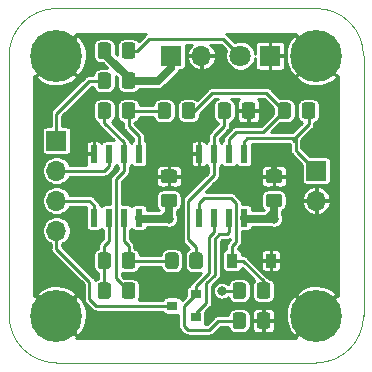
<source format=gbr>
%TF.GenerationSoftware,KiCad,Pcbnew,5.1.6+dfsg1-1~bpo10+1*%
%TF.CreationDate,2021-07-29T14:25:11+02:00*%
%TF.ProjectId,PW_Cond,50575f43-6f6e-4642-9e6b-696361645f70,rev?*%
%TF.SameCoordinates,Original*%
%TF.FileFunction,Copper,L1,Top*%
%TF.FilePolarity,Positive*%
%FSLAX46Y46*%
G04 Gerber Fmt 4.6, Leading zero omitted, Abs format (unit mm)*
G04 Created by KiCad (PCBNEW 5.1.6+dfsg1-1~bpo10+1) date 2021-07-29 14:25:11*
%MOMM*%
%LPD*%
G01*
G04 APERTURE LIST*
%TA.AperFunction,Profile*%
%ADD10C,0.050000*%
%TD*%
%TA.AperFunction,SMDPad,CuDef*%
%ADD11R,0.600000X1.550000*%
%TD*%
%TA.AperFunction,ComponentPad*%
%ADD12O,1.700000X1.700000*%
%TD*%
%TA.AperFunction,ComponentPad*%
%ADD13R,1.700000X1.700000*%
%TD*%
%TA.AperFunction,SMDPad,CuDef*%
%ADD14R,0.900000X1.200000*%
%TD*%
%TA.AperFunction,SMDPad,CuDef*%
%ADD15R,0.900000X0.800000*%
%TD*%
%TA.AperFunction,ComponentPad*%
%ADD16C,0.700000*%
%TD*%
%TA.AperFunction,ComponentPad*%
%ADD17C,4.400000*%
%TD*%
%TA.AperFunction,ComponentPad*%
%ADD18C,1.800000*%
%TD*%
%TA.AperFunction,ComponentPad*%
%ADD19R,1.800000X1.800000*%
%TD*%
%TA.AperFunction,ViaPad*%
%ADD20C,0.800000*%
%TD*%
%TA.AperFunction,Conductor*%
%ADD21C,0.250000*%
%TD*%
%TA.AperFunction,Conductor*%
%ADD22C,0.500000*%
%TD*%
%TA.AperFunction,Conductor*%
%ADD23C,0.635000*%
%TD*%
G04 APERTURE END LIST*
D10*
X122000000Y-126000000D02*
X100000000Y-126000000D01*
X96000000Y-100000000D02*
G75*
G02*
X100000000Y-96000000I4000000J0D01*
G01*
X100000000Y-126000000D02*
G75*
G02*
X96000000Y-122000000I0J4000000D01*
G01*
X126000000Y-122000000D02*
G75*
G02*
X122000000Y-126000000I-4000000J0D01*
G01*
X122000000Y-96000000D02*
G75*
G02*
X126000000Y-100000000I0J-4000000D01*
G01*
X100000000Y-96000000D02*
X122000000Y-96000000D01*
X96000000Y-100000000D02*
X96000000Y-122000000D01*
X126000000Y-100000000D02*
X126000000Y-122000000D01*
D11*
%TO.P,U2,8*%
%TO.N,+15V*%
X115875000Y-113700000D03*
%TO.P,U2,7*%
%TO.N,Net-(Q1-Pad1)*%
X114605000Y-113700000D03*
%TO.P,U2,6*%
%TO.N,Net-(Q1-Pad2)*%
X113335000Y-113700000D03*
%TO.P,U2,5*%
%TO.N,Net-(D1-Pad1)*%
X112065000Y-113700000D03*
%TO.P,U2,4*%
%TO.N,GND*%
X112065000Y-108300000D03*
%TO.P,U2,3*%
%TO.N,Net-(R8-Pad1)*%
X113335000Y-108300000D03*
%TO.P,U2,2*%
%TO.N,Net-(R10-Pad2)*%
X114605000Y-108300000D03*
%TO.P,U2,1*%
%TO.N,/Meusure*%
X115875000Y-108300000D03*
%TD*%
D12*
%TO.P,J3,2*%
%TO.N,GND*%
X122000000Y-112270000D03*
D13*
%TO.P,J3,1*%
%TO.N,/Meusure*%
X122000000Y-109730000D03*
%TD*%
D11*
%TO.P,U1,8*%
%TO.N,+15V*%
X106985000Y-113700000D03*
%TO.P,U1,7*%
%TO.N,Net-(R5-Pad1)*%
X105715000Y-113700000D03*
%TO.P,U1,6*%
%TO.N,Net-(R3-Pad2)*%
X104445000Y-113700000D03*
%TO.P,U1,5*%
%TO.N,/NMP*%
X103175000Y-113700000D03*
%TO.P,U1,4*%
%TO.N,GND*%
X103175000Y-108300000D03*
%TO.P,U1,3*%
%TO.N,/PMP*%
X104445000Y-108300000D03*
%TO.P,U1,2*%
%TO.N,Net-(R3-Pad1)*%
X105715000Y-108300000D03*
%TO.P,U1,1*%
%TO.N,Net-(R4-Pad1)*%
X106985000Y-108300000D03*
%TD*%
D12*
%TO.P,J2,4*%
%TO.N,/MAP*%
X100000000Y-114810000D03*
%TO.P,J2,3*%
%TO.N,/NMP*%
X100000000Y-112270000D03*
%TO.P,J2,2*%
%TO.N,/PMP*%
X100000000Y-109730000D03*
D13*
%TO.P,J2,1*%
%TO.N,/PAP*%
X100000000Y-107190000D03*
%TD*%
%TO.P,R2,2*%
%TO.N,GND*%
%TA.AperFunction,SMDPad,CuDef*%
G36*
G01*
X116960000Y-122880001D02*
X116960000Y-121979999D01*
G75*
G02*
X117209999Y-121730000I249999J0D01*
G01*
X117860001Y-121730000D01*
G75*
G02*
X118110000Y-121979999I0J-249999D01*
G01*
X118110000Y-122880001D01*
G75*
G02*
X117860001Y-123130000I-249999J0D01*
G01*
X117209999Y-123130000D01*
G75*
G02*
X116960000Y-122880001I0J249999D01*
G01*
G37*
%TD.AperFunction*%
%TO.P,R2,1*%
%TO.N,Net-(Q1-Pad2)*%
%TA.AperFunction,SMDPad,CuDef*%
G36*
G01*
X114910000Y-122880001D02*
X114910000Y-121979999D01*
G75*
G02*
X115159999Y-121730000I249999J0D01*
G01*
X115810001Y-121730000D01*
G75*
G02*
X116060000Y-121979999I0J-249999D01*
G01*
X116060000Y-122880001D01*
G75*
G02*
X115810001Y-123130000I-249999J0D01*
G01*
X115159999Y-123130000D01*
G75*
G02*
X114910000Y-122880001I0J249999D01*
G01*
G37*
%TD.AperFunction*%
%TD*%
%TO.P,R5,2*%
%TO.N,Net-(R3-Pad2)*%
%TA.AperFunction,SMDPad,CuDef*%
G36*
G01*
X104630000Y-116899550D02*
X104630000Y-117800450D01*
G75*
G02*
X104380450Y-118050000I-249550J0D01*
G01*
X103729550Y-118050000D01*
G75*
G02*
X103480000Y-117800450I0J249550D01*
G01*
X103480000Y-116899550D01*
G75*
G02*
X103729550Y-116650000I249550J0D01*
G01*
X104380450Y-116650000D01*
G75*
G02*
X104630000Y-116899550I0J-249550D01*
G01*
G37*
%TD.AperFunction*%
%TO.P,R5,1*%
%TO.N,Net-(R5-Pad1)*%
%TA.AperFunction,SMDPad,CuDef*%
G36*
G01*
X106680000Y-116899999D02*
X106680000Y-117800001D01*
G75*
G02*
X106430001Y-118050000I-249999J0D01*
G01*
X105779999Y-118050000D01*
G75*
G02*
X105530000Y-117800001I0J249999D01*
G01*
X105530000Y-116899999D01*
G75*
G02*
X105779999Y-116650000I249999J0D01*
G01*
X106430001Y-116650000D01*
G75*
G02*
X106680000Y-116899999I0J-249999D01*
G01*
G37*
%TD.AperFunction*%
%TD*%
%TO.P,C1,2*%
%TO.N,GND*%
%TA.AperFunction,SMDPad,CuDef*%
G36*
G01*
X109975001Y-110780000D02*
X109074999Y-110780000D01*
G75*
G02*
X108825000Y-110530001I0J249999D01*
G01*
X108825000Y-109879999D01*
G75*
G02*
X109074999Y-109630000I249999J0D01*
G01*
X109975001Y-109630000D01*
G75*
G02*
X110225000Y-109879999I0J-249999D01*
G01*
X110225000Y-110530001D01*
G75*
G02*
X109975001Y-110780000I-249999J0D01*
G01*
G37*
%TD.AperFunction*%
%TO.P,C1,1*%
%TO.N,+15V*%
%TA.AperFunction,SMDPad,CuDef*%
G36*
G01*
X109975001Y-112830000D02*
X109074999Y-112830000D01*
G75*
G02*
X108825000Y-112580001I0J249999D01*
G01*
X108825000Y-111929999D01*
G75*
G02*
X109074999Y-111680000I249999J0D01*
G01*
X109975001Y-111680000D01*
G75*
G02*
X110225000Y-111929999I0J-249999D01*
G01*
X110225000Y-112580001D01*
G75*
G02*
X109975001Y-112830000I-249999J0D01*
G01*
G37*
%TD.AperFunction*%
%TD*%
%TO.P,R4,2*%
%TO.N,Net-(R3-Pad1)*%
%TA.AperFunction,SMDPad,CuDef*%
G36*
G01*
X104630000Y-104199999D02*
X104630000Y-105100001D01*
G75*
G02*
X104380001Y-105350000I-249999J0D01*
G01*
X103729999Y-105350000D01*
G75*
G02*
X103480000Y-105100001I0J249999D01*
G01*
X103480000Y-104199999D01*
G75*
G02*
X103729999Y-103950000I249999J0D01*
G01*
X104380001Y-103950000D01*
G75*
G02*
X104630000Y-104199999I0J-249999D01*
G01*
G37*
%TD.AperFunction*%
%TO.P,R4,1*%
%TO.N,Net-(R4-Pad1)*%
%TA.AperFunction,SMDPad,CuDef*%
G36*
G01*
X106680000Y-104199999D02*
X106680000Y-105100001D01*
G75*
G02*
X106430001Y-105350000I-249999J0D01*
G01*
X105779999Y-105350000D01*
G75*
G02*
X105530000Y-105100001I0J249999D01*
G01*
X105530000Y-104199999D01*
G75*
G02*
X105779999Y-103950000I249999J0D01*
G01*
X106430001Y-103950000D01*
G75*
G02*
X106680000Y-104199999I0J-249999D01*
G01*
G37*
%TD.AperFunction*%
%TD*%
D14*
%TO.P,D1,2*%
%TO.N,GND*%
X118160000Y-117350000D03*
%TO.P,D1,1*%
%TO.N,Net-(D1-Pad1)*%
X114860000Y-117350000D03*
%TD*%
%TO.P,R10,2*%
%TO.N,Net-(R10-Pad2)*%
%TA.AperFunction,SMDPad,CuDef*%
G36*
G01*
X119870000Y-104199999D02*
X119870000Y-105100001D01*
G75*
G02*
X119620001Y-105350000I-249999J0D01*
G01*
X118969999Y-105350000D01*
G75*
G02*
X118720000Y-105100001I0J249999D01*
G01*
X118720000Y-104199999D01*
G75*
G02*
X118969999Y-103950000I249999J0D01*
G01*
X119620001Y-103950000D01*
G75*
G02*
X119870000Y-104199999I0J-249999D01*
G01*
G37*
%TD.AperFunction*%
%TO.P,R10,1*%
%TO.N,/Meusure*%
%TA.AperFunction,SMDPad,CuDef*%
G36*
G01*
X121920000Y-104199999D02*
X121920000Y-105100001D01*
G75*
G02*
X121670001Y-105350000I-249999J0D01*
G01*
X121019999Y-105350000D01*
G75*
G02*
X120770000Y-105100001I0J249999D01*
G01*
X120770000Y-104199999D01*
G75*
G02*
X121019999Y-103950000I249999J0D01*
G01*
X121670001Y-103950000D01*
G75*
G02*
X121920000Y-104199999I0J-249999D01*
G01*
G37*
%TD.AperFunction*%
%TD*%
%TO.P,R9,2*%
%TO.N,GND*%
%TA.AperFunction,SMDPad,CuDef*%
G36*
G01*
X115690000Y-105100001D02*
X115690000Y-104199999D01*
G75*
G02*
X115939999Y-103950000I249999J0D01*
G01*
X116590001Y-103950000D01*
G75*
G02*
X116840000Y-104199999I0J-249999D01*
G01*
X116840000Y-105100001D01*
G75*
G02*
X116590001Y-105350000I-249999J0D01*
G01*
X115939999Y-105350000D01*
G75*
G02*
X115690000Y-105100001I0J249999D01*
G01*
G37*
%TD.AperFunction*%
%TO.P,R9,1*%
%TO.N,Net-(R8-Pad1)*%
%TA.AperFunction,SMDPad,CuDef*%
G36*
G01*
X113640000Y-105100001D02*
X113640000Y-104199999D01*
G75*
G02*
X113889999Y-103950000I249999J0D01*
G01*
X114540001Y-103950000D01*
G75*
G02*
X114790000Y-104199999I0J-249999D01*
G01*
X114790000Y-105100001D01*
G75*
G02*
X114540001Y-105350000I-249999J0D01*
G01*
X113889999Y-105350000D01*
G75*
G02*
X113640000Y-105100001I0J249999D01*
G01*
G37*
%TD.AperFunction*%
%TD*%
%TO.P,R7,2*%
%TO.N,Net-(R4-Pad1)*%
%TA.AperFunction,SMDPad,CuDef*%
G36*
G01*
X109710000Y-104199999D02*
X109710000Y-105100001D01*
G75*
G02*
X109460001Y-105350000I-249999J0D01*
G01*
X108809999Y-105350000D01*
G75*
G02*
X108560000Y-105100001I0J249999D01*
G01*
X108560000Y-104199999D01*
G75*
G02*
X108809999Y-103950000I249999J0D01*
G01*
X109460001Y-103950000D01*
G75*
G02*
X109710000Y-104199999I0J-249999D01*
G01*
G37*
%TD.AperFunction*%
%TO.P,R7,1*%
%TO.N,Net-(R10-Pad2)*%
%TA.AperFunction,SMDPad,CuDef*%
G36*
G01*
X111760000Y-104199999D02*
X111760000Y-105100001D01*
G75*
G02*
X111510001Y-105350000I-249999J0D01*
G01*
X110859999Y-105350000D01*
G75*
G02*
X110610000Y-105100001I0J249999D01*
G01*
X110610000Y-104199999D01*
G75*
G02*
X110859999Y-103950000I249999J0D01*
G01*
X111510001Y-103950000D01*
G75*
G02*
X111760000Y-104199999I0J-249999D01*
G01*
G37*
%TD.AperFunction*%
%TD*%
%TO.P,R8,2*%
%TO.N,Net-(R5-Pad1)*%
%TA.AperFunction,SMDPad,CuDef*%
G36*
G01*
X110345000Y-116899999D02*
X110345000Y-117800001D01*
G75*
G02*
X110095001Y-118050000I-249999J0D01*
G01*
X109444999Y-118050000D01*
G75*
G02*
X109195000Y-117800001I0J249999D01*
G01*
X109195000Y-116899999D01*
G75*
G02*
X109444999Y-116650000I249999J0D01*
G01*
X110095001Y-116650000D01*
G75*
G02*
X110345000Y-116899999I0J-249999D01*
G01*
G37*
%TD.AperFunction*%
%TO.P,R8,1*%
%TO.N,Net-(R8-Pad1)*%
%TA.AperFunction,SMDPad,CuDef*%
G36*
G01*
X112395000Y-116899999D02*
X112395000Y-117800001D01*
G75*
G02*
X112145001Y-118050000I-249999J0D01*
G01*
X111494999Y-118050000D01*
G75*
G02*
X111245000Y-117800001I0J249999D01*
G01*
X111245000Y-116899999D01*
G75*
G02*
X111494999Y-116650000I249999J0D01*
G01*
X112145001Y-116650000D01*
G75*
G02*
X112395000Y-116899999I0J-249999D01*
G01*
G37*
%TD.AperFunction*%
%TD*%
%TO.P,C2,2*%
%TO.N,GND*%
%TA.AperFunction,SMDPad,CuDef*%
G36*
G01*
X118865001Y-110780000D02*
X117964999Y-110780000D01*
G75*
G02*
X117715000Y-110530001I0J249999D01*
G01*
X117715000Y-109879999D01*
G75*
G02*
X117964999Y-109630000I249999J0D01*
G01*
X118865001Y-109630000D01*
G75*
G02*
X119115000Y-109879999I0J-249999D01*
G01*
X119115000Y-110530001D01*
G75*
G02*
X118865001Y-110780000I-249999J0D01*
G01*
G37*
%TD.AperFunction*%
%TO.P,C2,1*%
%TO.N,+15V*%
%TA.AperFunction,SMDPad,CuDef*%
G36*
G01*
X118865001Y-112830000D02*
X117964999Y-112830000D01*
G75*
G02*
X117715000Y-112580001I0J249999D01*
G01*
X117715000Y-111929999D01*
G75*
G02*
X117964999Y-111680000I249999J0D01*
G01*
X118865001Y-111680000D01*
G75*
G02*
X119115000Y-111929999I0J-249999D01*
G01*
X119115000Y-112580001D01*
G75*
G02*
X118865001Y-112830000I-249999J0D01*
G01*
G37*
%TD.AperFunction*%
%TD*%
%TO.P,R6,2*%
%TO.N,Net-(D1-Pad1)*%
%TA.AperFunction,SMDPad,CuDef*%
G36*
G01*
X116960000Y-120340001D02*
X116960000Y-119439999D01*
G75*
G02*
X117209999Y-119190000I249999J0D01*
G01*
X117860001Y-119190000D01*
G75*
G02*
X118110000Y-119439999I0J-249999D01*
G01*
X118110000Y-120340001D01*
G75*
G02*
X117860001Y-120590000I-249999J0D01*
G01*
X117209999Y-120590000D01*
G75*
G02*
X116960000Y-120340001I0J249999D01*
G01*
G37*
%TD.AperFunction*%
%TO.P,R6,1*%
%TO.N,+15V*%
%TA.AperFunction,SMDPad,CuDef*%
G36*
G01*
X114910000Y-120340001D02*
X114910000Y-119439999D01*
G75*
G02*
X115159999Y-119190000I249999J0D01*
G01*
X115810001Y-119190000D01*
G75*
G02*
X116060000Y-119439999I0J-249999D01*
G01*
X116060000Y-120340001D01*
G75*
G02*
X115810001Y-120590000I-249999J0D01*
G01*
X115159999Y-120590000D01*
G75*
G02*
X114910000Y-120340001I0J249999D01*
G01*
G37*
%TD.AperFunction*%
%TD*%
D15*
%TO.P,Q1,3*%
%TO.N,/MAP*%
X109795000Y-121160000D03*
%TO.P,Q1,2*%
%TO.N,Net-(Q1-Pad2)*%
X111795000Y-120210000D03*
%TO.P,Q1,1*%
%TO.N,Net-(Q1-Pad1)*%
X111795000Y-122110000D03*
%TD*%
D16*
%TO.P,H4,1*%
%TO.N,GND*%
X101166726Y-120833274D03*
X100000000Y-120350000D03*
X98833274Y-120833274D03*
X98350000Y-122000000D03*
X98833274Y-123166726D03*
X100000000Y-123650000D03*
X101166726Y-123166726D03*
X101650000Y-122000000D03*
D17*
X100000000Y-122000000D03*
%TD*%
D16*
%TO.P,H3,1*%
%TO.N,GND*%
X123166726Y-120833274D03*
X122000000Y-120350000D03*
X120833274Y-120833274D03*
X120350000Y-122000000D03*
X120833274Y-123166726D03*
X122000000Y-123650000D03*
X123166726Y-123166726D03*
X123650000Y-122000000D03*
D17*
X122000000Y-122000000D03*
%TD*%
D16*
%TO.P,H2,1*%
%TO.N,GND*%
X123166726Y-98833274D03*
X122000000Y-98350000D03*
X120833274Y-98833274D03*
X120350000Y-100000000D03*
X120833274Y-101166726D03*
X122000000Y-101650000D03*
X123166726Y-101166726D03*
X123650000Y-100000000D03*
D17*
X122000000Y-100000000D03*
%TD*%
D16*
%TO.P,H1,1*%
%TO.N,GND*%
X101166726Y-98833274D03*
X100000000Y-98350000D03*
X98833274Y-98833274D03*
X98350000Y-100000000D03*
X98833274Y-101166726D03*
X100000000Y-101650000D03*
X101166726Y-101166726D03*
X101650000Y-100000000D03*
D17*
X100000000Y-100000000D03*
%TD*%
%TO.P,R11,2*%
%TO.N,Net-(D2-Pad2)*%
%TA.AperFunction,SMDPad,CuDef*%
G36*
G01*
X105530000Y-100020001D02*
X105530000Y-99119999D01*
G75*
G02*
X105779999Y-98870000I249999J0D01*
G01*
X106430001Y-98870000D01*
G75*
G02*
X106680000Y-99119999I0J-249999D01*
G01*
X106680000Y-100020001D01*
G75*
G02*
X106430001Y-100270000I-249999J0D01*
G01*
X105779999Y-100270000D01*
G75*
G02*
X105530000Y-100020001I0J249999D01*
G01*
G37*
%TD.AperFunction*%
%TO.P,R11,1*%
%TO.N,+15V*%
%TA.AperFunction,SMDPad,CuDef*%
G36*
G01*
X103480000Y-100020001D02*
X103480000Y-99119999D01*
G75*
G02*
X103729999Y-98870000I249999J0D01*
G01*
X104380001Y-98870000D01*
G75*
G02*
X104630000Y-99119999I0J-249999D01*
G01*
X104630000Y-100020001D01*
G75*
G02*
X104380001Y-100270000I-249999J0D01*
G01*
X103729999Y-100270000D01*
G75*
G02*
X103480000Y-100020001I0J249999D01*
G01*
G37*
%TD.AperFunction*%
%TD*%
%TO.P,R3,2*%
%TO.N,Net-(R3-Pad2)*%
%TA.AperFunction,SMDPad,CuDef*%
G36*
G01*
X104630000Y-119439999D02*
X104630000Y-120340001D01*
G75*
G02*
X104380001Y-120590000I-249999J0D01*
G01*
X103729999Y-120590000D01*
G75*
G02*
X103480000Y-120340001I0J249999D01*
G01*
X103480000Y-119439999D01*
G75*
G02*
X103729999Y-119190000I249999J0D01*
G01*
X104380001Y-119190000D01*
G75*
G02*
X104630000Y-119439999I0J-249999D01*
G01*
G37*
%TD.AperFunction*%
%TO.P,R3,1*%
%TO.N,Net-(R3-Pad1)*%
%TA.AperFunction,SMDPad,CuDef*%
G36*
G01*
X106680000Y-119439999D02*
X106680000Y-120340001D01*
G75*
G02*
X106430001Y-120590000I-249999J0D01*
G01*
X105779999Y-120590000D01*
G75*
G02*
X105530000Y-120340001I0J249999D01*
G01*
X105530000Y-119439999D01*
G75*
G02*
X105779999Y-119190000I249999J0D01*
G01*
X106430001Y-119190000D01*
G75*
G02*
X106680000Y-119439999I0J-249999D01*
G01*
G37*
%TD.AperFunction*%
%TD*%
%TO.P,R1,2*%
%TO.N,/PAP*%
%TA.AperFunction,SMDPad,CuDef*%
G36*
G01*
X104630000Y-101659999D02*
X104630000Y-102560001D01*
G75*
G02*
X104380001Y-102810000I-249999J0D01*
G01*
X103729999Y-102810000D01*
G75*
G02*
X103480000Y-102560001I0J249999D01*
G01*
X103480000Y-101659999D01*
G75*
G02*
X103729999Y-101410000I249999J0D01*
G01*
X104380001Y-101410000D01*
G75*
G02*
X104630000Y-101659999I0J-249999D01*
G01*
G37*
%TD.AperFunction*%
%TO.P,R1,1*%
%TO.N,+15V*%
%TA.AperFunction,SMDPad,CuDef*%
G36*
G01*
X106680000Y-101659999D02*
X106680000Y-102560001D01*
G75*
G02*
X106430001Y-102810000I-249999J0D01*
G01*
X105779999Y-102810000D01*
G75*
G02*
X105530000Y-102560001I0J249999D01*
G01*
X105530000Y-101659999D01*
G75*
G02*
X105779999Y-101410000I249999J0D01*
G01*
X106430001Y-101410000D01*
G75*
G02*
X106680000Y-101659999I0J-249999D01*
G01*
G37*
%TD.AperFunction*%
%TD*%
D12*
%TO.P,J1,2*%
%TO.N,GND*%
X112270000Y-100000000D03*
D13*
%TO.P,J1,1*%
%TO.N,+15V*%
X109730000Y-100000000D03*
%TD*%
D18*
%TO.P,D2,2*%
%TO.N,Net-(D2-Pad2)*%
X115560000Y-100000000D03*
D19*
%TO.P,D2,1*%
%TO.N,GND*%
X118100000Y-100000000D03*
%TD*%
D20*
%TO.N,GND*%
X118923000Y-122430000D03*
X119558000Y-117350000D03*
X103175000Y-106682000D03*
X109525000Y-108714000D03*
X118415000Y-108714000D03*
X112065000Y-106682000D03*
X117780000Y-104650000D03*
X103302000Y-111049000D03*
X107239000Y-111303000D03*
X107366000Y-105588000D03*
X107493000Y-103429000D03*
X111557000Y-110414000D03*
X121336000Y-107366000D03*
X99000000Y-117907000D03*
X99000000Y-104000000D03*
X119177000Y-102921000D03*
X110160000Y-106096000D03*
X102286000Y-104318000D03*
X123000000Y-104000000D03*
X123000000Y-107500000D03*
X123000000Y-114500000D03*
X123000000Y-118000000D03*
X113491000Y-111127000D03*
X113237000Y-121668000D03*
X104000000Y-123000000D03*
X107500000Y-123000000D03*
X114380000Y-118747000D03*
%TO.N,+15V*%
X118415000Y-113794000D03*
X109525000Y-113794000D03*
X113999000Y-119890000D03*
%TD*%
D21*
%TO.N,GND*%
X119558000Y-117350000D02*
X118160000Y-117350000D01*
X119050000Y-122430000D02*
X117535000Y-122430000D01*
X112065000Y-106682000D02*
X112065000Y-108300000D01*
X109525000Y-108714000D02*
X109525000Y-110205000D01*
X117780000Y-104650000D02*
X116265000Y-104650000D01*
X103175000Y-108300000D02*
X103175000Y-106682000D01*
D22*
X118415000Y-110205000D02*
X118415000Y-108714000D01*
D23*
%TO.N,+15V*%
X104055000Y-99570000D02*
X104055000Y-99815000D01*
X106105000Y-101865000D02*
X106105000Y-102110000D01*
X104055000Y-99815000D02*
X106105000Y-101865000D01*
X106105000Y-102110000D02*
X108636000Y-102110000D01*
X109730000Y-101016000D02*
X109730000Y-100000000D01*
X108636000Y-102110000D02*
X109730000Y-101016000D01*
X115969000Y-113794000D02*
X115875000Y-113700000D01*
X107079000Y-113794000D02*
X106985000Y-113700000D01*
D21*
X115485000Y-119890000D02*
X115485000Y-119373000D01*
X115485000Y-119890000D02*
X114910000Y-119890000D01*
D23*
X117829000Y-113794000D02*
X115969000Y-113794000D01*
X118415000Y-113794000D02*
X117829000Y-113794000D01*
X118415000Y-113208000D02*
X118415000Y-113794000D01*
X118415000Y-112255000D02*
X118415000Y-113208000D01*
X109525000Y-113335000D02*
X109525000Y-113794000D01*
X108968000Y-113794000D02*
X107079000Y-113794000D01*
X109525000Y-112255000D02*
X109525000Y-113335000D01*
X109525000Y-113794000D02*
X108968000Y-113794000D01*
X117829000Y-113794000D02*
X118415000Y-113208000D01*
X109066000Y-113794000D02*
X109525000Y-113335000D01*
X108968000Y-113794000D02*
X109066000Y-113794000D01*
D21*
X115485000Y-119890000D02*
X113999000Y-119890000D01*
X113999000Y-119890000D02*
X113999000Y-119890000D01*
%TO.N,Net-(D1-Pad1)*%
X114860000Y-117350000D02*
X114995000Y-117350000D01*
X112065000Y-113700000D02*
X112065000Y-112426000D01*
X112065000Y-112426000D02*
X112475000Y-112016000D01*
X115230001Y-112485001D02*
X115230001Y-115737999D01*
X112475000Y-112016000D02*
X114761000Y-112016000D01*
X114761000Y-112016000D02*
X115230001Y-112485001D01*
X114860000Y-116108000D02*
X114860000Y-117350000D01*
X115230001Y-115737999D02*
X114860000Y-116108000D01*
X117535000Y-119890000D02*
X117535000Y-119489000D01*
X117535000Y-119890000D02*
X117535000Y-119108000D01*
X115777000Y-117350000D02*
X114860000Y-117350000D01*
X117535000Y-119108000D02*
X115777000Y-117350000D01*
%TO.N,/MAP*%
X103351000Y-121160000D02*
X109795000Y-121160000D01*
X102794000Y-120603000D02*
X103351000Y-121160000D01*
X102794000Y-119128000D02*
X102794000Y-120603000D01*
X100000000Y-114810000D02*
X100000000Y-116334000D01*
X100000000Y-116334000D02*
X102794000Y-119128000D01*
%TO.N,/NMP*%
X100000000Y-112270000D02*
X102794000Y-112270000D01*
X103175000Y-112651000D02*
X103175000Y-113700000D01*
X102794000Y-112270000D02*
X103175000Y-112651000D01*
%TO.N,/PMP*%
X100000000Y-109730000D02*
X104064000Y-109730000D01*
X104445000Y-109349000D02*
X104445000Y-108300000D01*
X104064000Y-109730000D02*
X104445000Y-109349000D01*
%TO.N,/PAP*%
X100000000Y-107190000D02*
X100000000Y-104904000D01*
X102794000Y-102110000D02*
X104055000Y-102110000D01*
X100000000Y-104904000D02*
X102794000Y-102110000D01*
%TO.N,/Meusure*%
X121345000Y-104650000D02*
X121345000Y-104659000D01*
X115875000Y-108300000D02*
X115875000Y-107571000D01*
X121345000Y-104650000D02*
X121345000Y-105813000D01*
X115875000Y-107275000D02*
X116165000Y-106985000D01*
X115875000Y-108300000D02*
X115875000Y-107275000D01*
X120173000Y-106985000D02*
X120246500Y-106911500D01*
X121345000Y-105813000D02*
X120246500Y-106911500D01*
X120246500Y-107976500D02*
X120486000Y-108216000D01*
X120486000Y-108216000D02*
X122000000Y-109730000D01*
X120139500Y-107185500D02*
X119939000Y-106985000D01*
X120246500Y-107185500D02*
X120139500Y-107185500D01*
X116165000Y-106985000D02*
X119939000Y-106985000D01*
X119939000Y-106985000D02*
X120173000Y-106985000D01*
X120246500Y-107185500D02*
X120246500Y-107976500D01*
X120246500Y-106911500D02*
X120246500Y-107185500D01*
%TO.N,Net-(Q1-Pad2)*%
X113335000Y-114937000D02*
X113335000Y-113700000D01*
X112958805Y-118370805D02*
X112958805Y-116338805D01*
X111795000Y-119534610D02*
X112958805Y-118370805D01*
X111795000Y-120210000D02*
X111795000Y-119534610D01*
X112954000Y-115318000D02*
X113335000Y-114937000D01*
X112958805Y-116338805D02*
X112954000Y-116334000D01*
X112954000Y-116334000D02*
X112954000Y-115318000D01*
X111795000Y-120210000D02*
X111795000Y-120287000D01*
X110795000Y-122860000D02*
X110795000Y-121210000D01*
X111127000Y-123192000D02*
X110795000Y-122860000D01*
X110795000Y-121210000D02*
X111795000Y-120210000D01*
X115485000Y-122430000D02*
X113716000Y-122430000D01*
X112954000Y-123192000D02*
X111127000Y-123192000D01*
X113716000Y-122430000D02*
X112954000Y-123192000D01*
%TO.N,Net-(Q1-Pad1)*%
X114418600Y-115123400D02*
X114605000Y-114937000D01*
X113785010Y-115123400D02*
X114418600Y-115123400D01*
X113404010Y-115504400D02*
X113785010Y-115123400D01*
X111795000Y-121811000D02*
X112700000Y-120906000D01*
X113408815Y-118557205D02*
X113408815Y-116026815D01*
X111795000Y-122110000D02*
X111795000Y-121811000D01*
X114605000Y-114937000D02*
X114605000Y-113700000D01*
X112700000Y-120906000D02*
X112700000Y-119266020D01*
X112700000Y-119266020D02*
X113408815Y-118557205D01*
X113404010Y-116022010D02*
X113404010Y-115504400D01*
X113408815Y-116026815D02*
X113404010Y-116022010D01*
%TO.N,Net-(R3-Pad2)*%
X104445000Y-113700000D02*
X104445000Y-115699000D01*
X104055000Y-116089000D02*
X104055000Y-117350000D01*
X104445000Y-115699000D02*
X104055000Y-116089000D01*
X104055000Y-117350000D02*
X104055000Y-119890000D01*
%TO.N,Net-(R3-Pad1)*%
X105715000Y-108300000D02*
X105715000Y-107317000D01*
X104055000Y-105657000D02*
X104055000Y-104650000D01*
X105715000Y-107317000D02*
X104055000Y-105657000D01*
X105070001Y-118855001D02*
X106105000Y-119890000D01*
X105070001Y-110429999D02*
X105070001Y-118855001D01*
X105715000Y-108300000D02*
X105715000Y-109785000D01*
X105715000Y-109785000D02*
X105070001Y-110429999D01*
%TO.N,Net-(R4-Pad1)*%
X109135000Y-104650000D02*
X106105000Y-104650000D01*
X106985000Y-108300000D02*
X106985000Y-106809000D01*
X106105000Y-105929000D02*
X106105000Y-104650000D01*
X106985000Y-106809000D02*
X106105000Y-105929000D01*
%TO.N,Net-(R5-Pad1)*%
X106105000Y-117350000D02*
X109770000Y-117350000D01*
X106105000Y-116089000D02*
X106105000Y-117350000D01*
X105715000Y-113700000D02*
X105715000Y-115699000D01*
X105715000Y-115699000D02*
X106105000Y-116089000D01*
%TO.N,Net-(R10-Pad2)*%
X114605000Y-108300000D02*
X114605000Y-107063000D01*
X114605000Y-107063000D02*
X115240000Y-106428000D01*
X117517000Y-106428000D02*
X119295000Y-104650000D01*
X115240000Y-106428000D02*
X117517000Y-106428000D01*
X111185000Y-104650000D02*
X111684000Y-104650000D01*
X111684000Y-104650000D02*
X113208000Y-103126000D01*
X117771000Y-103126000D02*
X119295000Y-104650000D01*
X113208000Y-103126000D02*
X117771000Y-103126000D01*
%TO.N,Net-(R8-Pad1)*%
X114215000Y-104650000D02*
X114215000Y-105929000D01*
X113335000Y-106809000D02*
X113335000Y-108300000D01*
X114215000Y-105929000D02*
X113335000Y-106809000D01*
X111820000Y-117350000D02*
X111820000Y-116216000D01*
X113335000Y-110111000D02*
X113335000Y-108300000D01*
X111176000Y-112270000D02*
X113335000Y-110111000D01*
X111176000Y-112270000D02*
X111176000Y-115543000D01*
X111820000Y-116187000D02*
X111820000Y-116216000D01*
X111176000Y-115543000D02*
X111820000Y-116187000D01*
%TO.N,Net-(D2-Pad2)*%
X107874000Y-98554000D02*
X106858000Y-99570000D01*
X115560000Y-100000000D02*
X114114000Y-98554000D01*
X106858000Y-99570000D02*
X106105000Y-99570000D01*
X114114000Y-98554000D02*
X107874000Y-98554000D01*
%TD*%
%TO.N,GND*%
G36*
X107594871Y-98136254D02*
G01*
X107518736Y-98198736D01*
X107503075Y-98217819D01*
X106950256Y-98770638D01*
X106873225Y-98676775D01*
X106778240Y-98598823D01*
X106669872Y-98540899D01*
X106552286Y-98505230D01*
X106430001Y-98493186D01*
X105779999Y-98493186D01*
X105657714Y-98505230D01*
X105540128Y-98540899D01*
X105431760Y-98598823D01*
X105336775Y-98676775D01*
X105258823Y-98771760D01*
X105200899Y-98880128D01*
X105165230Y-98997714D01*
X105153186Y-99119999D01*
X105153186Y-99933844D01*
X105006814Y-99787472D01*
X105006814Y-99119999D01*
X104994770Y-98997714D01*
X104959101Y-98880128D01*
X104901177Y-98771760D01*
X104823225Y-98676775D01*
X104728240Y-98598823D01*
X104619872Y-98540899D01*
X104502286Y-98505230D01*
X104380001Y-98493186D01*
X103729999Y-98493186D01*
X103607714Y-98505230D01*
X103490128Y-98540899D01*
X103381760Y-98598823D01*
X103286775Y-98676775D01*
X103208823Y-98771760D01*
X103150899Y-98880128D01*
X103115230Y-98997714D01*
X103103186Y-99119999D01*
X103103186Y-100020001D01*
X103115230Y-100142286D01*
X103150899Y-100259872D01*
X103208823Y-100368240D01*
X103286775Y-100463225D01*
X103381760Y-100541177D01*
X103490128Y-100599101D01*
X103607714Y-100634770D01*
X103729999Y-100646814D01*
X103907472Y-100646814D01*
X104293844Y-101033186D01*
X103729999Y-101033186D01*
X103607714Y-101045230D01*
X103490128Y-101080899D01*
X103381760Y-101138823D01*
X103286775Y-101216775D01*
X103208823Y-101311760D01*
X103150899Y-101420128D01*
X103115230Y-101537714D01*
X103108110Y-101610000D01*
X102818560Y-101610000D01*
X102794000Y-101607581D01*
X102769440Y-101610000D01*
X102695983Y-101617235D01*
X102601733Y-101645825D01*
X102514871Y-101692254D01*
X102438736Y-101754736D01*
X102423080Y-101773813D01*
X99663819Y-104533076D01*
X99644737Y-104548736D01*
X99582255Y-104624871D01*
X99550885Y-104683560D01*
X99535826Y-104711733D01*
X99507235Y-104805983D01*
X99497581Y-104904000D01*
X99500001Y-104928570D01*
X99500001Y-105963186D01*
X99150000Y-105963186D01*
X99076487Y-105970426D01*
X99005800Y-105991869D01*
X98940653Y-106026691D01*
X98883552Y-106073552D01*
X98836691Y-106130653D01*
X98801869Y-106195800D01*
X98780426Y-106266487D01*
X98773186Y-106340000D01*
X98773186Y-108040000D01*
X98780426Y-108113513D01*
X98801869Y-108184200D01*
X98836691Y-108249347D01*
X98883552Y-108306448D01*
X98940653Y-108353309D01*
X99005800Y-108388131D01*
X99076487Y-108409574D01*
X99150000Y-108416814D01*
X100850000Y-108416814D01*
X100923513Y-108409574D01*
X100994200Y-108388131D01*
X101059347Y-108353309D01*
X101116448Y-108306448D01*
X101163309Y-108249347D01*
X101198131Y-108184200D01*
X101219574Y-108113513D01*
X101226814Y-108040000D01*
X101226814Y-107525000D01*
X102498186Y-107525000D01*
X102500000Y-108181250D01*
X102593750Y-108275000D01*
X103150000Y-108275000D01*
X103150000Y-107243750D01*
X103056250Y-107150000D01*
X102875000Y-107148186D01*
X102801487Y-107155426D01*
X102730800Y-107176869D01*
X102665653Y-107211691D01*
X102608552Y-107258552D01*
X102561691Y-107315653D01*
X102526869Y-107380800D01*
X102505426Y-107451487D01*
X102498186Y-107525000D01*
X101226814Y-107525000D01*
X101226814Y-106340000D01*
X101219574Y-106266487D01*
X101198131Y-106195800D01*
X101163309Y-106130653D01*
X101116448Y-106073552D01*
X101059347Y-106026691D01*
X100994200Y-105991869D01*
X100923513Y-105970426D01*
X100850000Y-105963186D01*
X100500000Y-105963186D01*
X100500000Y-105111105D01*
X103001107Y-102610000D01*
X103108110Y-102610000D01*
X103115230Y-102682286D01*
X103150899Y-102799872D01*
X103208823Y-102908240D01*
X103286775Y-103003225D01*
X103381760Y-103081177D01*
X103490128Y-103139101D01*
X103607714Y-103174770D01*
X103729999Y-103186814D01*
X104380001Y-103186814D01*
X104502286Y-103174770D01*
X104619872Y-103139101D01*
X104728240Y-103081177D01*
X104823225Y-103003225D01*
X104901177Y-102908240D01*
X104959101Y-102799872D01*
X104994770Y-102682286D01*
X105006814Y-102560001D01*
X105006814Y-101746157D01*
X105153186Y-101892529D01*
X105153186Y-102560001D01*
X105165230Y-102682286D01*
X105200899Y-102799872D01*
X105258823Y-102908240D01*
X105336775Y-103003225D01*
X105431760Y-103081177D01*
X105540128Y-103139101D01*
X105657714Y-103174770D01*
X105779999Y-103186814D01*
X106430001Y-103186814D01*
X106552286Y-103174770D01*
X106669872Y-103139101D01*
X106778240Y-103081177D01*
X106873225Y-103003225D01*
X106951177Y-102908240D01*
X107007696Y-102802500D01*
X108601996Y-102802500D01*
X108636000Y-102805849D01*
X108670004Y-102802500D01*
X108670012Y-102802500D01*
X108771754Y-102792479D01*
X108902290Y-102752882D01*
X109022594Y-102688578D01*
X109128040Y-102602040D01*
X109149725Y-102575617D01*
X109944434Y-101780908D01*
X120254448Y-101780908D01*
X120499426Y-102107895D01*
X120939490Y-102360140D01*
X121420307Y-102521686D01*
X121923403Y-102586326D01*
X122429442Y-102551574D01*
X122918977Y-102418766D01*
X123373197Y-102193007D01*
X123500574Y-102107895D01*
X123745552Y-101780908D01*
X123382144Y-101417500D01*
X123166726Y-101202081D01*
X123131371Y-101166726D01*
X122883621Y-100918977D01*
X122000000Y-100035355D01*
X121116379Y-100918977D01*
X120868629Y-101166726D01*
X120833274Y-101202081D01*
X120617856Y-101417500D01*
X120254448Y-101780908D01*
X109944434Y-101780908D01*
X110195627Y-101529716D01*
X110222039Y-101508040D01*
X110243716Y-101481627D01*
X110243721Y-101481622D01*
X110277294Y-101440713D01*
X110308578Y-101402594D01*
X110372882Y-101282290D01*
X110389710Y-101226814D01*
X110580000Y-101226814D01*
X110653513Y-101219574D01*
X110724200Y-101198131D01*
X110789347Y-101163309D01*
X110846448Y-101116448D01*
X110893309Y-101059347D01*
X110928131Y-100994200D01*
X110949574Y-100923513D01*
X110956814Y-100850000D01*
X110956814Y-100216285D01*
X111064244Y-100216285D01*
X111129607Y-100447360D01*
X111238795Y-100661244D01*
X111387612Y-100849716D01*
X111570338Y-101005534D01*
X111779952Y-101122710D01*
X112008398Y-101196741D01*
X112053715Y-101205755D01*
X112245000Y-101130974D01*
X112245000Y-100025000D01*
X112295000Y-100025000D01*
X112295000Y-101130974D01*
X112486285Y-101205755D01*
X112531602Y-101196741D01*
X112760048Y-101122710D01*
X112969662Y-101005534D01*
X113152388Y-100849716D01*
X113301205Y-100661244D01*
X113410393Y-100447360D01*
X113475756Y-100216285D01*
X113400996Y-100025000D01*
X112295000Y-100025000D01*
X112245000Y-100025000D01*
X111139004Y-100025000D01*
X111064244Y-100216285D01*
X110956814Y-100216285D01*
X110956814Y-99150000D01*
X110949574Y-99076487D01*
X110942753Y-99054000D01*
X111500523Y-99054000D01*
X111387612Y-99150284D01*
X111238795Y-99338756D01*
X111129607Y-99552640D01*
X111064244Y-99783715D01*
X111139004Y-99975000D01*
X112245000Y-99975000D01*
X112245000Y-99955000D01*
X112295000Y-99955000D01*
X112295000Y-99975000D01*
X113400996Y-99975000D01*
X113475756Y-99783715D01*
X113410393Y-99552640D01*
X113301205Y-99338756D01*
X113152388Y-99150284D01*
X113039477Y-99054000D01*
X113906895Y-99054000D01*
X114377051Y-99524157D01*
X114333998Y-99628096D01*
X114285000Y-99874423D01*
X114285000Y-100125577D01*
X114333998Y-100371904D01*
X114430110Y-100603939D01*
X114569643Y-100812765D01*
X114747235Y-100990357D01*
X114956061Y-101129890D01*
X115188096Y-101226002D01*
X115434423Y-101275000D01*
X115685577Y-101275000D01*
X115931904Y-101226002D01*
X116163939Y-101129890D01*
X116372765Y-100990357D01*
X116550357Y-100812765D01*
X116689890Y-100603939D01*
X116786002Y-100371904D01*
X116824866Y-100176524D01*
X116823186Y-100900000D01*
X116830426Y-100973513D01*
X116851869Y-101044200D01*
X116886691Y-101109347D01*
X116933552Y-101166448D01*
X116990653Y-101213309D01*
X117055800Y-101248131D01*
X117126487Y-101269574D01*
X117200000Y-101276814D01*
X117981250Y-101275000D01*
X118075000Y-101181250D01*
X118075000Y-100025000D01*
X118125000Y-100025000D01*
X118125000Y-101181250D01*
X118218750Y-101275000D01*
X119000000Y-101276814D01*
X119073513Y-101269574D01*
X119144200Y-101248131D01*
X119209347Y-101213309D01*
X119266448Y-101166448D01*
X119313309Y-101109347D01*
X119348131Y-101044200D01*
X119369574Y-100973513D01*
X119376814Y-100900000D01*
X119375000Y-100118750D01*
X119281250Y-100025000D01*
X118125000Y-100025000D01*
X118075000Y-100025000D01*
X118055000Y-100025000D01*
X118055000Y-99975000D01*
X118075000Y-99975000D01*
X118075000Y-98818750D01*
X118125000Y-98818750D01*
X118125000Y-99975000D01*
X119281250Y-99975000D01*
X119332847Y-99923403D01*
X119413674Y-99923403D01*
X119448426Y-100429442D01*
X119581234Y-100918977D01*
X119806993Y-101373197D01*
X119892105Y-101500574D01*
X120219092Y-101745552D01*
X120367103Y-101597541D01*
X120797919Y-101166726D01*
X120833274Y-101131371D01*
X121084397Y-100880247D01*
X121964645Y-100000000D01*
X121057230Y-99092586D01*
X120833274Y-98868629D01*
X120797919Y-98833274D01*
X120367103Y-98402459D01*
X120219092Y-98254448D01*
X119892105Y-98499426D01*
X119639860Y-98939490D01*
X119478314Y-99420307D01*
X119413674Y-99923403D01*
X119332847Y-99923403D01*
X119375000Y-99881250D01*
X119376814Y-99100000D01*
X119369574Y-99026487D01*
X119348131Y-98955800D01*
X119313309Y-98890653D01*
X119266448Y-98833552D01*
X119209347Y-98786691D01*
X119144200Y-98751869D01*
X119073513Y-98730426D01*
X119000000Y-98723186D01*
X118218750Y-98725000D01*
X118125000Y-98818750D01*
X118075000Y-98818750D01*
X117981250Y-98725000D01*
X117200000Y-98723186D01*
X117126487Y-98730426D01*
X117055800Y-98751869D01*
X116990653Y-98786691D01*
X116933552Y-98833552D01*
X116886691Y-98890653D01*
X116851869Y-98955800D01*
X116830426Y-99026487D01*
X116823186Y-99100000D01*
X116824866Y-99823476D01*
X116786002Y-99628096D01*
X116689890Y-99396061D01*
X116550357Y-99187235D01*
X116372765Y-99009643D01*
X116163939Y-98870110D01*
X115931904Y-98773998D01*
X115685577Y-98725000D01*
X115434423Y-98725000D01*
X115188096Y-98773998D01*
X115084157Y-98817051D01*
X114484929Y-98217824D01*
X114469264Y-98198736D01*
X114393129Y-98136254D01*
X114372074Y-98125000D01*
X120324942Y-98125000D01*
X120254448Y-98219092D01*
X120402459Y-98367103D01*
X120833274Y-98797919D01*
X120868629Y-98833274D01*
X121089356Y-99054000D01*
X122000000Y-99964645D01*
X122014142Y-99950502D01*
X122049498Y-99985858D01*
X122035355Y-100000000D01*
X122915603Y-100880247D01*
X123166726Y-101131371D01*
X123202081Y-101166726D01*
X123632897Y-101597541D01*
X123780908Y-101745552D01*
X123875000Y-101675058D01*
X123875000Y-120324942D01*
X123780908Y-120254448D01*
X123632897Y-120402459D01*
X123202081Y-120833274D01*
X123166726Y-120868629D01*
X122942770Y-121092586D01*
X122035355Y-122000000D01*
X122049498Y-122014142D01*
X122014142Y-122049498D01*
X122000000Y-122035355D01*
X121122485Y-122912871D01*
X120868629Y-123166726D01*
X120833274Y-123202081D01*
X120603578Y-123431778D01*
X120254448Y-123780908D01*
X120324942Y-123875000D01*
X101675058Y-123875000D01*
X101745552Y-123780908D01*
X101396422Y-123431778D01*
X101166726Y-123202081D01*
X101131371Y-123166726D01*
X100877515Y-122912871D01*
X100000000Y-122035355D01*
X99985858Y-122049498D01*
X99950502Y-122014142D01*
X99964645Y-122000000D01*
X100035355Y-122000000D01*
X100914930Y-122879574D01*
X101166726Y-123131371D01*
X101202081Y-123166726D01*
X101632897Y-123597541D01*
X101780908Y-123745552D01*
X102107895Y-123500574D01*
X102360140Y-123060510D01*
X102521686Y-122579693D01*
X102586326Y-122076597D01*
X102551574Y-121570558D01*
X102418766Y-121081023D01*
X102193007Y-120626803D01*
X102107895Y-120499426D01*
X101780908Y-120254448D01*
X101632897Y-120402459D01*
X101202081Y-120833274D01*
X101166726Y-120868629D01*
X100942770Y-121092586D01*
X100035355Y-122000000D01*
X99964645Y-122000000D01*
X99057230Y-121092586D01*
X98833274Y-120868629D01*
X98797919Y-120833274D01*
X98367103Y-120402459D01*
X98219092Y-120254448D01*
X98125000Y-120324942D01*
X98125000Y-120219092D01*
X98254448Y-120219092D01*
X98402459Y-120367103D01*
X98833274Y-120797919D01*
X98868629Y-120833274D01*
X99092586Y-121057230D01*
X100000000Y-121964645D01*
X100907414Y-121057230D01*
X101131371Y-120833274D01*
X101166726Y-120797919D01*
X101597541Y-120367103D01*
X101745552Y-120219092D01*
X101500574Y-119892105D01*
X101060510Y-119639860D01*
X100579693Y-119478314D01*
X100076597Y-119413674D01*
X99570558Y-119448426D01*
X99081023Y-119581234D01*
X98626803Y-119806993D01*
X98499426Y-119892105D01*
X98254448Y-120219092D01*
X98125000Y-120219092D01*
X98125000Y-109609348D01*
X98775000Y-109609348D01*
X98775000Y-109850652D01*
X98822076Y-110087319D01*
X98914419Y-110310255D01*
X99048481Y-110510892D01*
X99219108Y-110681519D01*
X99419745Y-110815581D01*
X99642681Y-110907924D01*
X99879348Y-110955000D01*
X100120652Y-110955000D01*
X100357319Y-110907924D01*
X100580255Y-110815581D01*
X100780892Y-110681519D01*
X100951519Y-110510892D01*
X101085581Y-110310255D01*
X101118824Y-110230000D01*
X104039440Y-110230000D01*
X104064000Y-110232419D01*
X104088560Y-110230000D01*
X104162017Y-110222765D01*
X104256267Y-110194175D01*
X104343129Y-110147746D01*
X104419264Y-110085264D01*
X104434928Y-110066177D01*
X104781186Y-109719921D01*
X104800264Y-109704264D01*
X104862746Y-109628129D01*
X104909175Y-109541267D01*
X104937765Y-109447017D01*
X104942947Y-109394402D01*
X104954347Y-109388309D01*
X105011448Y-109341448D01*
X105058309Y-109284347D01*
X105080000Y-109243766D01*
X105101691Y-109284347D01*
X105148552Y-109341448D01*
X105205653Y-109388309D01*
X105215001Y-109393305D01*
X105215001Y-109577893D01*
X104733825Y-110059070D01*
X104714737Y-110074735D01*
X104652255Y-110150870D01*
X104605826Y-110237733D01*
X104593683Y-110277765D01*
X104577236Y-110331982D01*
X104567582Y-110429999D01*
X104570001Y-110454559D01*
X104570001Y-112548186D01*
X104145000Y-112548186D01*
X104071487Y-112555426D01*
X104000800Y-112576869D01*
X103935653Y-112611691D01*
X103878552Y-112658552D01*
X103831691Y-112715653D01*
X103810000Y-112756234D01*
X103788309Y-112715653D01*
X103741448Y-112658552D01*
X103684347Y-112611691D01*
X103672947Y-112605598D01*
X103667765Y-112552983D01*
X103639175Y-112458733D01*
X103592746Y-112371871D01*
X103530264Y-112295736D01*
X103511186Y-112280079D01*
X103164928Y-111933823D01*
X103149264Y-111914736D01*
X103073129Y-111852254D01*
X102986267Y-111805825D01*
X102892017Y-111777235D01*
X102818560Y-111770000D01*
X102794000Y-111767581D01*
X102769440Y-111770000D01*
X101118824Y-111770000D01*
X101085581Y-111689745D01*
X100951519Y-111489108D01*
X100780892Y-111318481D01*
X100580255Y-111184419D01*
X100357319Y-111092076D01*
X100120652Y-111045000D01*
X99879348Y-111045000D01*
X99642681Y-111092076D01*
X99419745Y-111184419D01*
X99219108Y-111318481D01*
X99048481Y-111489108D01*
X98914419Y-111689745D01*
X98822076Y-111912681D01*
X98775000Y-112149348D01*
X98775000Y-112390652D01*
X98822076Y-112627319D01*
X98914419Y-112850255D01*
X99048481Y-113050892D01*
X99219108Y-113221519D01*
X99419745Y-113355581D01*
X99642681Y-113447924D01*
X99879348Y-113495000D01*
X100120652Y-113495000D01*
X100357319Y-113447924D01*
X100580255Y-113355581D01*
X100780892Y-113221519D01*
X100951519Y-113050892D01*
X101085581Y-112850255D01*
X101118824Y-112770000D01*
X102532642Y-112770000D01*
X102526869Y-112780800D01*
X102505426Y-112851487D01*
X102498186Y-112925000D01*
X102498186Y-114475000D01*
X102505426Y-114548513D01*
X102526869Y-114619200D01*
X102561691Y-114684347D01*
X102608552Y-114741448D01*
X102665653Y-114788309D01*
X102730800Y-114823131D01*
X102801487Y-114844574D01*
X102875000Y-114851814D01*
X103475000Y-114851814D01*
X103548513Y-114844574D01*
X103619200Y-114823131D01*
X103684347Y-114788309D01*
X103741448Y-114741448D01*
X103788309Y-114684347D01*
X103810000Y-114643766D01*
X103831691Y-114684347D01*
X103878552Y-114741448D01*
X103935653Y-114788309D01*
X103945001Y-114793305D01*
X103945001Y-115491893D01*
X103718823Y-115718072D01*
X103699736Y-115733736D01*
X103637254Y-115809871D01*
X103590825Y-115896734D01*
X103580653Y-115930268D01*
X103562235Y-115990983D01*
X103552581Y-116089000D01*
X103555000Y-116113560D01*
X103555000Y-116301102D01*
X103489851Y-116320865D01*
X103381561Y-116378747D01*
X103286644Y-116456644D01*
X103208747Y-116551561D01*
X103150865Y-116659851D01*
X103115221Y-116777352D01*
X103103186Y-116899550D01*
X103103186Y-117800450D01*
X103115221Y-117922648D01*
X103150865Y-118040149D01*
X103208747Y-118148439D01*
X103286644Y-118243356D01*
X103381561Y-118321253D01*
X103489851Y-118379135D01*
X103555000Y-118398898D01*
X103555001Y-118841220D01*
X103490128Y-118860899D01*
X103381760Y-118918823D01*
X103286775Y-118996775D01*
X103279413Y-119005746D01*
X103258175Y-118935733D01*
X103211746Y-118848871D01*
X103149264Y-118772736D01*
X103130187Y-118757080D01*
X100500000Y-116126895D01*
X100500000Y-115928824D01*
X100580255Y-115895581D01*
X100780892Y-115761519D01*
X100951519Y-115590892D01*
X101085581Y-115390255D01*
X101177924Y-115167319D01*
X101225000Y-114930652D01*
X101225000Y-114689348D01*
X101177924Y-114452681D01*
X101085581Y-114229745D01*
X100951519Y-114029108D01*
X100780892Y-113858481D01*
X100580255Y-113724419D01*
X100357319Y-113632076D01*
X100120652Y-113585000D01*
X99879348Y-113585000D01*
X99642681Y-113632076D01*
X99419745Y-113724419D01*
X99219108Y-113858481D01*
X99048481Y-114029108D01*
X98914419Y-114229745D01*
X98822076Y-114452681D01*
X98775000Y-114689348D01*
X98775000Y-114930652D01*
X98822076Y-115167319D01*
X98914419Y-115390255D01*
X99048481Y-115590892D01*
X99219108Y-115761519D01*
X99419745Y-115895581D01*
X99500001Y-115928824D01*
X99500001Y-116309430D01*
X99497581Y-116334000D01*
X99507235Y-116432017D01*
X99529904Y-116506745D01*
X99535826Y-116526267D01*
X99582255Y-116613129D01*
X99644737Y-116689264D01*
X99663819Y-116704924D01*
X102294000Y-119335107D01*
X102294001Y-120578430D01*
X102291581Y-120603000D01*
X102301235Y-120701017D01*
X102325442Y-120780815D01*
X102329826Y-120795267D01*
X102376255Y-120882129D01*
X102438737Y-120958264D01*
X102457819Y-120973924D01*
X102980075Y-121496181D01*
X102995736Y-121515264D01*
X103071871Y-121577746D01*
X103158733Y-121624175D01*
X103252983Y-121652765D01*
X103351000Y-121662419D01*
X103375560Y-121660000D01*
X108983461Y-121660000D01*
X108996869Y-121704200D01*
X109031691Y-121769347D01*
X109078552Y-121826448D01*
X109135653Y-121873309D01*
X109200800Y-121908131D01*
X109271487Y-121929574D01*
X109345000Y-121936814D01*
X110245000Y-121936814D01*
X110295001Y-121931890D01*
X110295000Y-122835440D01*
X110292581Y-122860000D01*
X110298746Y-122922595D01*
X110302235Y-122958016D01*
X110330825Y-123052266D01*
X110377254Y-123139129D01*
X110439736Y-123215264D01*
X110458824Y-123230929D01*
X110756075Y-123528181D01*
X110771736Y-123547264D01*
X110847871Y-123609746D01*
X110934733Y-123656175D01*
X111028983Y-123684765D01*
X111127000Y-123694419D01*
X111151560Y-123692000D01*
X112929440Y-123692000D01*
X112954000Y-123694419D01*
X112978560Y-123692000D01*
X113052017Y-123684765D01*
X113146267Y-123656175D01*
X113233129Y-123609746D01*
X113309264Y-123547264D01*
X113324929Y-123528176D01*
X113923107Y-122930000D01*
X114538110Y-122930000D01*
X114545230Y-123002286D01*
X114580899Y-123119872D01*
X114638823Y-123228240D01*
X114716775Y-123323225D01*
X114811760Y-123401177D01*
X114920128Y-123459101D01*
X115037714Y-123494770D01*
X115159999Y-123506814D01*
X115810001Y-123506814D01*
X115932286Y-123494770D01*
X116049872Y-123459101D01*
X116158240Y-123401177D01*
X116253225Y-123323225D01*
X116331177Y-123228240D01*
X116383687Y-123130000D01*
X116583186Y-123130000D01*
X116590426Y-123203513D01*
X116611869Y-123274200D01*
X116646691Y-123339347D01*
X116693552Y-123396448D01*
X116750653Y-123443309D01*
X116815800Y-123478131D01*
X116886487Y-123499574D01*
X116960000Y-123506814D01*
X117416250Y-123505000D01*
X117510000Y-123411250D01*
X117510000Y-122455000D01*
X117560000Y-122455000D01*
X117560000Y-123411250D01*
X117653750Y-123505000D01*
X118110000Y-123506814D01*
X118183513Y-123499574D01*
X118254200Y-123478131D01*
X118319347Y-123443309D01*
X118376448Y-123396448D01*
X118423309Y-123339347D01*
X118458131Y-123274200D01*
X118479574Y-123203513D01*
X118486814Y-123130000D01*
X118485000Y-122548750D01*
X118391250Y-122455000D01*
X117560000Y-122455000D01*
X117510000Y-122455000D01*
X116678750Y-122455000D01*
X116585000Y-122548750D01*
X116583186Y-123130000D01*
X116383687Y-123130000D01*
X116389101Y-123119872D01*
X116424770Y-123002286D01*
X116436814Y-122880001D01*
X116436814Y-121979999D01*
X116424770Y-121857714D01*
X116389101Y-121740128D01*
X116383688Y-121730000D01*
X116583186Y-121730000D01*
X116585000Y-122311250D01*
X116678750Y-122405000D01*
X117510000Y-122405000D01*
X117510000Y-121448750D01*
X117560000Y-121448750D01*
X117560000Y-122405000D01*
X118391250Y-122405000D01*
X118485000Y-122311250D01*
X118486210Y-121923403D01*
X119413674Y-121923403D01*
X119448426Y-122429442D01*
X119581234Y-122918977D01*
X119806993Y-123373197D01*
X119892105Y-123500574D01*
X120219092Y-123745552D01*
X120367103Y-123597541D01*
X120797919Y-123166726D01*
X120833274Y-123131371D01*
X121085070Y-122879574D01*
X121964645Y-122000000D01*
X121057230Y-121092586D01*
X120833274Y-120868629D01*
X120797919Y-120833274D01*
X120367103Y-120402459D01*
X120219092Y-120254448D01*
X119892105Y-120499426D01*
X119639860Y-120939490D01*
X119478314Y-121420307D01*
X119413674Y-121923403D01*
X118486210Y-121923403D01*
X118486814Y-121730000D01*
X118479574Y-121656487D01*
X118458131Y-121585800D01*
X118423309Y-121520653D01*
X118376448Y-121463552D01*
X118319347Y-121416691D01*
X118254200Y-121381869D01*
X118183513Y-121360426D01*
X118110000Y-121353186D01*
X117653750Y-121355000D01*
X117560000Y-121448750D01*
X117510000Y-121448750D01*
X117416250Y-121355000D01*
X116960000Y-121353186D01*
X116886487Y-121360426D01*
X116815800Y-121381869D01*
X116750653Y-121416691D01*
X116693552Y-121463552D01*
X116646691Y-121520653D01*
X116611869Y-121585800D01*
X116590426Y-121656487D01*
X116583186Y-121730000D01*
X116383688Y-121730000D01*
X116331177Y-121631760D01*
X116253225Y-121536775D01*
X116158240Y-121458823D01*
X116049872Y-121400899D01*
X115932286Y-121365230D01*
X115810001Y-121353186D01*
X115159999Y-121353186D01*
X115037714Y-121365230D01*
X114920128Y-121400899D01*
X114811760Y-121458823D01*
X114716775Y-121536775D01*
X114638823Y-121631760D01*
X114580899Y-121740128D01*
X114545230Y-121857714D01*
X114538110Y-121930000D01*
X113740560Y-121930000D01*
X113716000Y-121927581D01*
X113691440Y-121930000D01*
X113617983Y-121937235D01*
X113523733Y-121965825D01*
X113436871Y-122012254D01*
X113360736Y-122074736D01*
X113345080Y-122093813D01*
X112746895Y-122692000D01*
X112572926Y-122692000D01*
X112593131Y-122654200D01*
X112614574Y-122583513D01*
X112621814Y-122510000D01*
X112621814Y-121710000D01*
X112620137Y-121692969D01*
X113036187Y-121276920D01*
X113055264Y-121261264D01*
X113117746Y-121185129D01*
X113164175Y-121098267D01*
X113192765Y-121004017D01*
X113200000Y-120930560D01*
X113200000Y-120930551D01*
X113202418Y-120906001D01*
X113200000Y-120881451D01*
X113200000Y-119813669D01*
X113224000Y-119813669D01*
X113224000Y-119966331D01*
X113253783Y-120116059D01*
X113312204Y-120257100D01*
X113397018Y-120384034D01*
X113504966Y-120491982D01*
X113631900Y-120576796D01*
X113772941Y-120635217D01*
X113922669Y-120665000D01*
X114075331Y-120665000D01*
X114225059Y-120635217D01*
X114366100Y-120576796D01*
X114493034Y-120491982D01*
X114543213Y-120441803D01*
X114545230Y-120462286D01*
X114580899Y-120579872D01*
X114638823Y-120688240D01*
X114716775Y-120783225D01*
X114811760Y-120861177D01*
X114920128Y-120919101D01*
X115037714Y-120954770D01*
X115159999Y-120966814D01*
X115810001Y-120966814D01*
X115932286Y-120954770D01*
X116049872Y-120919101D01*
X116158240Y-120861177D01*
X116253225Y-120783225D01*
X116331177Y-120688240D01*
X116389101Y-120579872D01*
X116424770Y-120462286D01*
X116436814Y-120340001D01*
X116436814Y-119439999D01*
X116424770Y-119317714D01*
X116389101Y-119200128D01*
X116331177Y-119091760D01*
X116253225Y-118996775D01*
X116158240Y-118918823D01*
X116049872Y-118860899D01*
X115932286Y-118825230D01*
X115810001Y-118813186D01*
X115159999Y-118813186D01*
X115037714Y-118825230D01*
X114920128Y-118860899D01*
X114811760Y-118918823D01*
X114716775Y-118996775D01*
X114638823Y-119091760D01*
X114580899Y-119200128D01*
X114545230Y-119317714D01*
X114543213Y-119338197D01*
X114493034Y-119288018D01*
X114366100Y-119203204D01*
X114225059Y-119144783D01*
X114075331Y-119115000D01*
X113922669Y-119115000D01*
X113772941Y-119144783D01*
X113631900Y-119203204D01*
X113504966Y-119288018D01*
X113397018Y-119395966D01*
X113312204Y-119522900D01*
X113253783Y-119663941D01*
X113224000Y-119813669D01*
X113200000Y-119813669D01*
X113200000Y-119473125D01*
X113745002Y-118928125D01*
X113764079Y-118912469D01*
X113826561Y-118836334D01*
X113872990Y-118749472D01*
X113901580Y-118655222D01*
X113908815Y-118581765D01*
X113908815Y-118581764D01*
X113911234Y-118557205D01*
X113908815Y-118532645D01*
X113908815Y-116051364D01*
X113911233Y-116026814D01*
X113908815Y-116002264D01*
X113908815Y-116002255D01*
X113904010Y-115953470D01*
X113904010Y-115711506D01*
X113992116Y-115623400D01*
X114394040Y-115623400D01*
X114418600Y-115625819D01*
X114443160Y-115623400D01*
X114516617Y-115616165D01*
X114610867Y-115587575D01*
X114697729Y-115541146D01*
X114730002Y-115514660D01*
X114730002Y-115530892D01*
X114523823Y-115737072D01*
X114504736Y-115752736D01*
X114442254Y-115828871D01*
X114395825Y-115915734D01*
X114376898Y-115978128D01*
X114367235Y-116009983D01*
X114357581Y-116108000D01*
X114360000Y-116132560D01*
X114360000Y-116378110D01*
X114336487Y-116380426D01*
X114265800Y-116401869D01*
X114200653Y-116436691D01*
X114143552Y-116483552D01*
X114096691Y-116540653D01*
X114061869Y-116605800D01*
X114040426Y-116676487D01*
X114033186Y-116750000D01*
X114033186Y-117950000D01*
X114040426Y-118023513D01*
X114061869Y-118094200D01*
X114096691Y-118159347D01*
X114143552Y-118216448D01*
X114200653Y-118263309D01*
X114265800Y-118298131D01*
X114336487Y-118319574D01*
X114410000Y-118326814D01*
X115310000Y-118326814D01*
X115383513Y-118319574D01*
X115454200Y-118298131D01*
X115519347Y-118263309D01*
X115576448Y-118216448D01*
X115623309Y-118159347D01*
X115658131Y-118094200D01*
X115679574Y-118023513D01*
X115685297Y-117965402D01*
X116744189Y-119024296D01*
X116688823Y-119091760D01*
X116630899Y-119200128D01*
X116595230Y-119317714D01*
X116583186Y-119439999D01*
X116583186Y-120340001D01*
X116595230Y-120462286D01*
X116630899Y-120579872D01*
X116688823Y-120688240D01*
X116766775Y-120783225D01*
X116861760Y-120861177D01*
X116970128Y-120919101D01*
X117087714Y-120954770D01*
X117209999Y-120966814D01*
X117860001Y-120966814D01*
X117982286Y-120954770D01*
X118099872Y-120919101D01*
X118208240Y-120861177D01*
X118303225Y-120783225D01*
X118381177Y-120688240D01*
X118439101Y-120579872D01*
X118474770Y-120462286D01*
X118486814Y-120340001D01*
X118486814Y-120219092D01*
X120254448Y-120219092D01*
X120402459Y-120367103D01*
X120833274Y-120797919D01*
X120868629Y-120833274D01*
X121092586Y-121057230D01*
X122000000Y-121964645D01*
X122907414Y-121057230D01*
X123131371Y-120833274D01*
X123166726Y-120797919D01*
X123597541Y-120367103D01*
X123745552Y-120219092D01*
X123500574Y-119892105D01*
X123060510Y-119639860D01*
X122579693Y-119478314D01*
X122076597Y-119413674D01*
X121570558Y-119448426D01*
X121081023Y-119581234D01*
X120626803Y-119806993D01*
X120499426Y-119892105D01*
X120254448Y-120219092D01*
X118486814Y-120219092D01*
X118486814Y-119439999D01*
X118474770Y-119317714D01*
X118439101Y-119200128D01*
X118381177Y-119091760D01*
X118303225Y-118996775D01*
X118208240Y-118918823D01*
X118099872Y-118860899D01*
X117982286Y-118825230D01*
X117946898Y-118821745D01*
X117890264Y-118752736D01*
X117871187Y-118737080D01*
X117084107Y-117950000D01*
X117333186Y-117950000D01*
X117340426Y-118023513D01*
X117361869Y-118094200D01*
X117396691Y-118159347D01*
X117443552Y-118216448D01*
X117500653Y-118263309D01*
X117565800Y-118298131D01*
X117636487Y-118319574D01*
X117710000Y-118326814D01*
X118041250Y-118325000D01*
X118135000Y-118231250D01*
X118135000Y-117375000D01*
X118185000Y-117375000D01*
X118185000Y-118231250D01*
X118278750Y-118325000D01*
X118610000Y-118326814D01*
X118683513Y-118319574D01*
X118754200Y-118298131D01*
X118819347Y-118263309D01*
X118876448Y-118216448D01*
X118923309Y-118159347D01*
X118958131Y-118094200D01*
X118979574Y-118023513D01*
X118986814Y-117950000D01*
X118985000Y-117468750D01*
X118891250Y-117375000D01*
X118185000Y-117375000D01*
X118135000Y-117375000D01*
X117428750Y-117375000D01*
X117335000Y-117468750D01*
X117333186Y-117950000D01*
X117084107Y-117950000D01*
X116147929Y-117013824D01*
X116132264Y-116994736D01*
X116056129Y-116932254D01*
X115969267Y-116885825D01*
X115875017Y-116857235D01*
X115801560Y-116850000D01*
X115777000Y-116847581D01*
X115752440Y-116850000D01*
X115686814Y-116850000D01*
X115686814Y-116750000D01*
X117333186Y-116750000D01*
X117335000Y-117231250D01*
X117428750Y-117325000D01*
X118135000Y-117325000D01*
X118135000Y-116468750D01*
X118185000Y-116468750D01*
X118185000Y-117325000D01*
X118891250Y-117325000D01*
X118985000Y-117231250D01*
X118986814Y-116750000D01*
X118979574Y-116676487D01*
X118958131Y-116605800D01*
X118923309Y-116540653D01*
X118876448Y-116483552D01*
X118819347Y-116436691D01*
X118754200Y-116401869D01*
X118683513Y-116380426D01*
X118610000Y-116373186D01*
X118278750Y-116375000D01*
X118185000Y-116468750D01*
X118135000Y-116468750D01*
X118041250Y-116375000D01*
X117710000Y-116373186D01*
X117636487Y-116380426D01*
X117565800Y-116401869D01*
X117500653Y-116436691D01*
X117443552Y-116483552D01*
X117396691Y-116540653D01*
X117361869Y-116605800D01*
X117340426Y-116676487D01*
X117333186Y-116750000D01*
X115686814Y-116750000D01*
X115679574Y-116676487D01*
X115658131Y-116605800D01*
X115623309Y-116540653D01*
X115576448Y-116483552D01*
X115519347Y-116436691D01*
X115454200Y-116401869D01*
X115383513Y-116380426D01*
X115360000Y-116378110D01*
X115360000Y-116315106D01*
X115566187Y-116108920D01*
X115585265Y-116093263D01*
X115647747Y-116017128D01*
X115694176Y-115930266D01*
X115722766Y-115836016D01*
X115730001Y-115762559D01*
X115730001Y-115762550D01*
X115732419Y-115738000D01*
X115730001Y-115713450D01*
X115730001Y-114851814D01*
X116175000Y-114851814D01*
X116248513Y-114844574D01*
X116319200Y-114823131D01*
X116384347Y-114788309D01*
X116441448Y-114741448D01*
X116488309Y-114684347D01*
X116523131Y-114619200D01*
X116544574Y-114548513D01*
X116550681Y-114486500D01*
X117794996Y-114486500D01*
X117829000Y-114489849D01*
X117863004Y-114486500D01*
X118061671Y-114486500D01*
X118188941Y-114539217D01*
X118338669Y-114569000D01*
X118491331Y-114569000D01*
X118641059Y-114539217D01*
X118782100Y-114480796D01*
X118909034Y-114395982D01*
X119016982Y-114288034D01*
X119101796Y-114161100D01*
X119160217Y-114020059D01*
X119190000Y-113870331D01*
X119190000Y-113717669D01*
X119160217Y-113567941D01*
X119107500Y-113440671D01*
X119107500Y-113242005D01*
X119110849Y-113208001D01*
X119107500Y-113173997D01*
X119107500Y-113157696D01*
X119213240Y-113101177D01*
X119308225Y-113023225D01*
X119386177Y-112928240D01*
X119444101Y-112819872D01*
X119479770Y-112702286D01*
X119491814Y-112580001D01*
X119491814Y-112486285D01*
X120794245Y-112486285D01*
X120803259Y-112531602D01*
X120877290Y-112760048D01*
X120994466Y-112969662D01*
X121150284Y-113152388D01*
X121338756Y-113301205D01*
X121552640Y-113410393D01*
X121783715Y-113475756D01*
X121975000Y-113400996D01*
X121975000Y-112295000D01*
X122025000Y-112295000D01*
X122025000Y-113400996D01*
X122216285Y-113475756D01*
X122447360Y-113410393D01*
X122661244Y-113301205D01*
X122849716Y-113152388D01*
X123005534Y-112969662D01*
X123122710Y-112760048D01*
X123196741Y-112531602D01*
X123205755Y-112486285D01*
X123130974Y-112295000D01*
X122025000Y-112295000D01*
X121975000Y-112295000D01*
X120869026Y-112295000D01*
X120794245Y-112486285D01*
X119491814Y-112486285D01*
X119491814Y-112053715D01*
X120794245Y-112053715D01*
X120869026Y-112245000D01*
X121975000Y-112245000D01*
X121975000Y-111139004D01*
X122025000Y-111139004D01*
X122025000Y-112245000D01*
X123130974Y-112245000D01*
X123205755Y-112053715D01*
X123196741Y-112008398D01*
X123122710Y-111779952D01*
X123005534Y-111570338D01*
X122849716Y-111387612D01*
X122661244Y-111238795D01*
X122447360Y-111129607D01*
X122216285Y-111064244D01*
X122025000Y-111139004D01*
X121975000Y-111139004D01*
X121783715Y-111064244D01*
X121552640Y-111129607D01*
X121338756Y-111238795D01*
X121150284Y-111387612D01*
X120994466Y-111570338D01*
X120877290Y-111779952D01*
X120803259Y-112008398D01*
X120794245Y-112053715D01*
X119491814Y-112053715D01*
X119491814Y-111929999D01*
X119479770Y-111807714D01*
X119444101Y-111690128D01*
X119386177Y-111581760D01*
X119308225Y-111486775D01*
X119213240Y-111408823D01*
X119104872Y-111350899D01*
X118987286Y-111315230D01*
X118865001Y-111303186D01*
X117964999Y-111303186D01*
X117842714Y-111315230D01*
X117725128Y-111350899D01*
X117616760Y-111408823D01*
X117521775Y-111486775D01*
X117443823Y-111581760D01*
X117385899Y-111690128D01*
X117350230Y-111807714D01*
X117338186Y-111929999D01*
X117338186Y-112580001D01*
X117350230Y-112702286D01*
X117385899Y-112819872D01*
X117443823Y-112928240D01*
X117521775Y-113023225D01*
X117575962Y-113067695D01*
X117542158Y-113101500D01*
X116551814Y-113101500D01*
X116551814Y-112925000D01*
X116544574Y-112851487D01*
X116523131Y-112780800D01*
X116488309Y-112715653D01*
X116441448Y-112658552D01*
X116384347Y-112611691D01*
X116319200Y-112576869D01*
X116248513Y-112555426D01*
X116175000Y-112548186D01*
X115730001Y-112548186D01*
X115730001Y-112509561D01*
X115732420Y-112485001D01*
X115722766Y-112386984D01*
X115694176Y-112292734D01*
X115647747Y-112205872D01*
X115585265Y-112129737D01*
X115566187Y-112114080D01*
X115131928Y-111679823D01*
X115116264Y-111660736D01*
X115040129Y-111598254D01*
X114953267Y-111551825D01*
X114859017Y-111523235D01*
X114785560Y-111516000D01*
X114761000Y-111513581D01*
X114736440Y-111516000D01*
X112637106Y-111516000D01*
X113373106Y-110780000D01*
X117338186Y-110780000D01*
X117345426Y-110853513D01*
X117366869Y-110924200D01*
X117401691Y-110989347D01*
X117448552Y-111046448D01*
X117505653Y-111093309D01*
X117570800Y-111128131D01*
X117641487Y-111149574D01*
X117715000Y-111156814D01*
X118296250Y-111155000D01*
X118390000Y-111061250D01*
X118390000Y-110230000D01*
X118440000Y-110230000D01*
X118440000Y-111061250D01*
X118533750Y-111155000D01*
X119115000Y-111156814D01*
X119188513Y-111149574D01*
X119259200Y-111128131D01*
X119324347Y-111093309D01*
X119381448Y-111046448D01*
X119428309Y-110989347D01*
X119463131Y-110924200D01*
X119484574Y-110853513D01*
X119491814Y-110780000D01*
X119490000Y-110323750D01*
X119396250Y-110230000D01*
X118440000Y-110230000D01*
X118390000Y-110230000D01*
X117433750Y-110230000D01*
X117340000Y-110323750D01*
X117338186Y-110780000D01*
X113373106Y-110780000D01*
X113671181Y-110481925D01*
X113690264Y-110466264D01*
X113752746Y-110390129D01*
X113799175Y-110303267D01*
X113827765Y-110209017D01*
X113835000Y-110135560D01*
X113835000Y-110135559D01*
X113837419Y-110111001D01*
X113835000Y-110086443D01*
X113835000Y-109630000D01*
X117338186Y-109630000D01*
X117340000Y-110086250D01*
X117433750Y-110180000D01*
X118390000Y-110180000D01*
X118390000Y-109348750D01*
X118440000Y-109348750D01*
X118440000Y-110180000D01*
X119396250Y-110180000D01*
X119490000Y-110086250D01*
X119491814Y-109630000D01*
X119484574Y-109556487D01*
X119463131Y-109485800D01*
X119428309Y-109420653D01*
X119381448Y-109363552D01*
X119324347Y-109316691D01*
X119259200Y-109281869D01*
X119188513Y-109260426D01*
X119115000Y-109253186D01*
X118533750Y-109255000D01*
X118440000Y-109348750D01*
X118390000Y-109348750D01*
X118296250Y-109255000D01*
X117715000Y-109253186D01*
X117641487Y-109260426D01*
X117570800Y-109281869D01*
X117505653Y-109316691D01*
X117448552Y-109363552D01*
X117401691Y-109420653D01*
X117366869Y-109485800D01*
X117345426Y-109556487D01*
X117338186Y-109630000D01*
X113835000Y-109630000D01*
X113835000Y-109393305D01*
X113844347Y-109388309D01*
X113901448Y-109341448D01*
X113948309Y-109284347D01*
X113970000Y-109243766D01*
X113991691Y-109284347D01*
X114038552Y-109341448D01*
X114095653Y-109388309D01*
X114160800Y-109423131D01*
X114231487Y-109444574D01*
X114305000Y-109451814D01*
X114905000Y-109451814D01*
X114978513Y-109444574D01*
X115049200Y-109423131D01*
X115114347Y-109388309D01*
X115171448Y-109341448D01*
X115218309Y-109284347D01*
X115240000Y-109243766D01*
X115261691Y-109284347D01*
X115308552Y-109341448D01*
X115365653Y-109388309D01*
X115430800Y-109423131D01*
X115501487Y-109444574D01*
X115575000Y-109451814D01*
X116175000Y-109451814D01*
X116248513Y-109444574D01*
X116319200Y-109423131D01*
X116384347Y-109388309D01*
X116441448Y-109341448D01*
X116488309Y-109284347D01*
X116523131Y-109219200D01*
X116544574Y-109148513D01*
X116551814Y-109075000D01*
X116551814Y-107525000D01*
X116547875Y-107485000D01*
X119731894Y-107485000D01*
X119746500Y-107499606D01*
X119746501Y-107951930D01*
X119744081Y-107976500D01*
X119753735Y-108074517D01*
X119766921Y-108117983D01*
X119782326Y-108168767D01*
X119828755Y-108255629D01*
X119891237Y-108331764D01*
X119910320Y-108347425D01*
X120115081Y-108552186D01*
X120773186Y-109210292D01*
X120773186Y-110580000D01*
X120780426Y-110653513D01*
X120801869Y-110724200D01*
X120836691Y-110789347D01*
X120883552Y-110846448D01*
X120940653Y-110893309D01*
X121005800Y-110928131D01*
X121076487Y-110949574D01*
X121150000Y-110956814D01*
X122850000Y-110956814D01*
X122923513Y-110949574D01*
X122994200Y-110928131D01*
X123059347Y-110893309D01*
X123116448Y-110846448D01*
X123163309Y-110789347D01*
X123198131Y-110724200D01*
X123219574Y-110653513D01*
X123226814Y-110580000D01*
X123226814Y-108880000D01*
X123219574Y-108806487D01*
X123198131Y-108735800D01*
X123163309Y-108670653D01*
X123116448Y-108613552D01*
X123059347Y-108566691D01*
X122994200Y-108531869D01*
X122923513Y-108510426D01*
X122850000Y-108503186D01*
X121480292Y-108503186D01*
X120822186Y-107845081D01*
X120746500Y-107769395D01*
X120746500Y-107210059D01*
X120748919Y-107185500D01*
X120746500Y-107160940D01*
X120746500Y-107118605D01*
X121681187Y-106183920D01*
X121700264Y-106168264D01*
X121762746Y-106092129D01*
X121809175Y-106005267D01*
X121837765Y-105911017D01*
X121845000Y-105837560D01*
X121847419Y-105813000D01*
X121845000Y-105788440D01*
X121845000Y-105698780D01*
X121909872Y-105679101D01*
X122018240Y-105621177D01*
X122113225Y-105543225D01*
X122191177Y-105448240D01*
X122249101Y-105339872D01*
X122284770Y-105222286D01*
X122296814Y-105100001D01*
X122296814Y-104199999D01*
X122284770Y-104077714D01*
X122249101Y-103960128D01*
X122191177Y-103851760D01*
X122113225Y-103756775D01*
X122018240Y-103678823D01*
X121909872Y-103620899D01*
X121792286Y-103585230D01*
X121670001Y-103573186D01*
X121019999Y-103573186D01*
X120897714Y-103585230D01*
X120780128Y-103620899D01*
X120671760Y-103678823D01*
X120576775Y-103756775D01*
X120498823Y-103851760D01*
X120440899Y-103960128D01*
X120405230Y-104077714D01*
X120393186Y-104199999D01*
X120393186Y-105100001D01*
X120405230Y-105222286D01*
X120440899Y-105339872D01*
X120498823Y-105448240D01*
X120576775Y-105543225D01*
X120671760Y-105621177D01*
X120774696Y-105676197D01*
X119965895Y-106485000D01*
X119963560Y-106485000D01*
X119939000Y-106482581D01*
X119914440Y-106485000D01*
X118167105Y-106485000D01*
X118929301Y-105722806D01*
X118969999Y-105726814D01*
X119620001Y-105726814D01*
X119742286Y-105714770D01*
X119859872Y-105679101D01*
X119968240Y-105621177D01*
X120063225Y-105543225D01*
X120141177Y-105448240D01*
X120199101Y-105339872D01*
X120234770Y-105222286D01*
X120246814Y-105100001D01*
X120246814Y-104199999D01*
X120234770Y-104077714D01*
X120199101Y-103960128D01*
X120141177Y-103851760D01*
X120063225Y-103756775D01*
X119968240Y-103678823D01*
X119859872Y-103620899D01*
X119742286Y-103585230D01*
X119620001Y-103573186D01*
X118969999Y-103573186D01*
X118929301Y-103577194D01*
X118141929Y-102789824D01*
X118126264Y-102770736D01*
X118050129Y-102708254D01*
X117963267Y-102661825D01*
X117869017Y-102633235D01*
X117795560Y-102626000D01*
X117771000Y-102623581D01*
X117746440Y-102626000D01*
X113232549Y-102626000D01*
X113207999Y-102623582D01*
X113183449Y-102626000D01*
X113183440Y-102626000D01*
X113109983Y-102633235D01*
X113015733Y-102661825D01*
X112928871Y-102708254D01*
X112852736Y-102770736D01*
X112837080Y-102789813D01*
X111907579Y-103719315D01*
X111858240Y-103678823D01*
X111749872Y-103620899D01*
X111632286Y-103585230D01*
X111510001Y-103573186D01*
X110859999Y-103573186D01*
X110737714Y-103585230D01*
X110620128Y-103620899D01*
X110511760Y-103678823D01*
X110416775Y-103756775D01*
X110338823Y-103851760D01*
X110280899Y-103960128D01*
X110245230Y-104077714D01*
X110233186Y-104199999D01*
X110233186Y-105100001D01*
X110245230Y-105222286D01*
X110280899Y-105339872D01*
X110338823Y-105448240D01*
X110416775Y-105543225D01*
X110511760Y-105621177D01*
X110620128Y-105679101D01*
X110737714Y-105714770D01*
X110859999Y-105726814D01*
X111510001Y-105726814D01*
X111632286Y-105714770D01*
X111749872Y-105679101D01*
X111858240Y-105621177D01*
X111953225Y-105543225D01*
X112031177Y-105448240D01*
X112089101Y-105339872D01*
X112124770Y-105222286D01*
X112136814Y-105100001D01*
X112136814Y-104904291D01*
X113415107Y-103626000D01*
X113640585Y-103626000D01*
X113541760Y-103678823D01*
X113446775Y-103756775D01*
X113368823Y-103851760D01*
X113310899Y-103960128D01*
X113275230Y-104077714D01*
X113263186Y-104199999D01*
X113263186Y-105100001D01*
X113275230Y-105222286D01*
X113310899Y-105339872D01*
X113368823Y-105448240D01*
X113446775Y-105543225D01*
X113541760Y-105621177D01*
X113650128Y-105679101D01*
X113715001Y-105698780D01*
X113715001Y-105721893D01*
X112998824Y-106438071D01*
X112979736Y-106453736D01*
X112917254Y-106529871D01*
X112870825Y-106616734D01*
X112862174Y-106645254D01*
X112842235Y-106710983D01*
X112832581Y-106809000D01*
X112835000Y-106833560D01*
X112835000Y-107206695D01*
X112825653Y-107211691D01*
X112768552Y-107258552D01*
X112721691Y-107315653D01*
X112700000Y-107356234D01*
X112678309Y-107315653D01*
X112631448Y-107258552D01*
X112574347Y-107211691D01*
X112509200Y-107176869D01*
X112438513Y-107155426D01*
X112365000Y-107148186D01*
X112183750Y-107150000D01*
X112090000Y-107243750D01*
X112090000Y-108275000D01*
X112110000Y-108275000D01*
X112110000Y-108325000D01*
X112090000Y-108325000D01*
X112090000Y-109356250D01*
X112183750Y-109450000D01*
X112365000Y-109451814D01*
X112438513Y-109444574D01*
X112509200Y-109423131D01*
X112574347Y-109388309D01*
X112631448Y-109341448D01*
X112678309Y-109284347D01*
X112700000Y-109243766D01*
X112721691Y-109284347D01*
X112768552Y-109341448D01*
X112825653Y-109388309D01*
X112835000Y-109393305D01*
X112835000Y-109903894D01*
X110839824Y-111899071D01*
X110820736Y-111914736D01*
X110758254Y-111990871D01*
X110711825Y-112077734D01*
X110696050Y-112129737D01*
X110683235Y-112171983D01*
X110673581Y-112270000D01*
X110676000Y-112294560D01*
X110676001Y-115518430D01*
X110673581Y-115543000D01*
X110683235Y-115641017D01*
X110708052Y-115722825D01*
X110711826Y-115735267D01*
X110758255Y-115822129D01*
X110820737Y-115898264D01*
X110839819Y-115913924D01*
X111249696Y-116323802D01*
X111146760Y-116378823D01*
X111051775Y-116456775D01*
X110973823Y-116551760D01*
X110915899Y-116660128D01*
X110880230Y-116777714D01*
X110868186Y-116899999D01*
X110868186Y-117800001D01*
X110880230Y-117922286D01*
X110915899Y-118039872D01*
X110973823Y-118148240D01*
X111051775Y-118243225D01*
X111146760Y-118321177D01*
X111255128Y-118379101D01*
X111372714Y-118414770D01*
X111494999Y-118426814D01*
X112145001Y-118426814D01*
X112201228Y-118421276D01*
X111458819Y-119163686D01*
X111439737Y-119179346D01*
X111377255Y-119255481D01*
X111330826Y-119342343D01*
X111302235Y-119436593D01*
X111302155Y-119437406D01*
X111271487Y-119440426D01*
X111200800Y-119461869D01*
X111135653Y-119496691D01*
X111078552Y-119543552D01*
X111031691Y-119600653D01*
X110996869Y-119665800D01*
X110975426Y-119736487D01*
X110968186Y-119810000D01*
X110968186Y-120329708D01*
X110613837Y-120684058D01*
X110593131Y-120615800D01*
X110558309Y-120550653D01*
X110511448Y-120493552D01*
X110454347Y-120446691D01*
X110389200Y-120411869D01*
X110318513Y-120390426D01*
X110245000Y-120383186D01*
X109345000Y-120383186D01*
X109271487Y-120390426D01*
X109200800Y-120411869D01*
X109135653Y-120446691D01*
X109078552Y-120493552D01*
X109031691Y-120550653D01*
X108996869Y-120615800D01*
X108983461Y-120660000D01*
X106966272Y-120660000D01*
X107009101Y-120579872D01*
X107044770Y-120462286D01*
X107056814Y-120340001D01*
X107056814Y-119439999D01*
X107044770Y-119317714D01*
X107009101Y-119200128D01*
X106951177Y-119091760D01*
X106873225Y-118996775D01*
X106778240Y-118918823D01*
X106669872Y-118860899D01*
X106552286Y-118825230D01*
X106430001Y-118813186D01*
X105779999Y-118813186D01*
X105739300Y-118817194D01*
X105570001Y-118647896D01*
X105570001Y-118388163D01*
X105657714Y-118414770D01*
X105779999Y-118426814D01*
X106430001Y-118426814D01*
X106552286Y-118414770D01*
X106669872Y-118379101D01*
X106778240Y-118321177D01*
X106873225Y-118243225D01*
X106951177Y-118148240D01*
X107009101Y-118039872D01*
X107044770Y-117922286D01*
X107051890Y-117850000D01*
X108823110Y-117850000D01*
X108830230Y-117922286D01*
X108865899Y-118039872D01*
X108923823Y-118148240D01*
X109001775Y-118243225D01*
X109096760Y-118321177D01*
X109205128Y-118379101D01*
X109322714Y-118414770D01*
X109444999Y-118426814D01*
X110095001Y-118426814D01*
X110217286Y-118414770D01*
X110334872Y-118379101D01*
X110443240Y-118321177D01*
X110538225Y-118243225D01*
X110616177Y-118148240D01*
X110674101Y-118039872D01*
X110709770Y-117922286D01*
X110721814Y-117800001D01*
X110721814Y-116899999D01*
X110709770Y-116777714D01*
X110674101Y-116660128D01*
X110616177Y-116551760D01*
X110538225Y-116456775D01*
X110443240Y-116378823D01*
X110334872Y-116320899D01*
X110217286Y-116285230D01*
X110095001Y-116273186D01*
X109444999Y-116273186D01*
X109322714Y-116285230D01*
X109205128Y-116320899D01*
X109096760Y-116378823D01*
X109001775Y-116456775D01*
X108923823Y-116551760D01*
X108865899Y-116660128D01*
X108830230Y-116777714D01*
X108823110Y-116850000D01*
X107051890Y-116850000D01*
X107044770Y-116777714D01*
X107009101Y-116660128D01*
X106951177Y-116551760D01*
X106873225Y-116456775D01*
X106778240Y-116378823D01*
X106669872Y-116320899D01*
X106605000Y-116301220D01*
X106605000Y-116113549D01*
X106607418Y-116088999D01*
X106605000Y-116064449D01*
X106605000Y-116064440D01*
X106597765Y-115990983D01*
X106569175Y-115896733D01*
X106522746Y-115809871D01*
X106460264Y-115733736D01*
X106441186Y-115718079D01*
X106215000Y-115491894D01*
X106215000Y-114793305D01*
X106224347Y-114788309D01*
X106281448Y-114741448D01*
X106328309Y-114684347D01*
X106350000Y-114643766D01*
X106371691Y-114684347D01*
X106418552Y-114741448D01*
X106475653Y-114788309D01*
X106540800Y-114823131D01*
X106611487Y-114844574D01*
X106685000Y-114851814D01*
X107285000Y-114851814D01*
X107358513Y-114844574D01*
X107429200Y-114823131D01*
X107494347Y-114788309D01*
X107551448Y-114741448D01*
X107598309Y-114684347D01*
X107633131Y-114619200D01*
X107654574Y-114548513D01*
X107660681Y-114486500D01*
X109031996Y-114486500D01*
X109066000Y-114489849D01*
X109100004Y-114486500D01*
X109171671Y-114486500D01*
X109298941Y-114539217D01*
X109448669Y-114569000D01*
X109601331Y-114569000D01*
X109751059Y-114539217D01*
X109892100Y-114480796D01*
X110019034Y-114395982D01*
X110126982Y-114288034D01*
X110211796Y-114161100D01*
X110270217Y-114020059D01*
X110300000Y-113870331D01*
X110300000Y-113717669D01*
X110270217Y-113567941D01*
X110217500Y-113440671D01*
X110217500Y-113369005D01*
X110220849Y-113335001D01*
X110217500Y-113300997D01*
X110217500Y-113157696D01*
X110323240Y-113101177D01*
X110418225Y-113023225D01*
X110496177Y-112928240D01*
X110554101Y-112819872D01*
X110589770Y-112702286D01*
X110601814Y-112580001D01*
X110601814Y-111929999D01*
X110589770Y-111807714D01*
X110554101Y-111690128D01*
X110496177Y-111581760D01*
X110418225Y-111486775D01*
X110323240Y-111408823D01*
X110214872Y-111350899D01*
X110097286Y-111315230D01*
X109975001Y-111303186D01*
X109074999Y-111303186D01*
X108952714Y-111315230D01*
X108835128Y-111350899D01*
X108726760Y-111408823D01*
X108631775Y-111486775D01*
X108553823Y-111581760D01*
X108495899Y-111690128D01*
X108460230Y-111807714D01*
X108448186Y-111929999D01*
X108448186Y-112580001D01*
X108460230Y-112702286D01*
X108495899Y-112819872D01*
X108553823Y-112928240D01*
X108631775Y-113023225D01*
X108726760Y-113101177D01*
X108727364Y-113101500D01*
X107661814Y-113101500D01*
X107661814Y-112925000D01*
X107654574Y-112851487D01*
X107633131Y-112780800D01*
X107598309Y-112715653D01*
X107551448Y-112658552D01*
X107494347Y-112611691D01*
X107429200Y-112576869D01*
X107358513Y-112555426D01*
X107285000Y-112548186D01*
X106685000Y-112548186D01*
X106611487Y-112555426D01*
X106540800Y-112576869D01*
X106475653Y-112611691D01*
X106418552Y-112658552D01*
X106371691Y-112715653D01*
X106350000Y-112756234D01*
X106328309Y-112715653D01*
X106281448Y-112658552D01*
X106224347Y-112611691D01*
X106159200Y-112576869D01*
X106088513Y-112555426D01*
X106015000Y-112548186D01*
X105570001Y-112548186D01*
X105570001Y-110780000D01*
X108448186Y-110780000D01*
X108455426Y-110853513D01*
X108476869Y-110924200D01*
X108511691Y-110989347D01*
X108558552Y-111046448D01*
X108615653Y-111093309D01*
X108680800Y-111128131D01*
X108751487Y-111149574D01*
X108825000Y-111156814D01*
X109406250Y-111155000D01*
X109500000Y-111061250D01*
X109500000Y-110230000D01*
X109550000Y-110230000D01*
X109550000Y-111061250D01*
X109643750Y-111155000D01*
X110225000Y-111156814D01*
X110298513Y-111149574D01*
X110369200Y-111128131D01*
X110434347Y-111093309D01*
X110491448Y-111046448D01*
X110538309Y-110989347D01*
X110573131Y-110924200D01*
X110594574Y-110853513D01*
X110601814Y-110780000D01*
X110600000Y-110323750D01*
X110506250Y-110230000D01*
X109550000Y-110230000D01*
X109500000Y-110230000D01*
X108543750Y-110230000D01*
X108450000Y-110323750D01*
X108448186Y-110780000D01*
X105570001Y-110780000D01*
X105570001Y-110637104D01*
X106051186Y-110155920D01*
X106070264Y-110140264D01*
X106132746Y-110064129D01*
X106179175Y-109977267D01*
X106207765Y-109883017D01*
X106215000Y-109809560D01*
X106215000Y-109809551D01*
X106217418Y-109785001D01*
X106215000Y-109760451D01*
X106215000Y-109630000D01*
X108448186Y-109630000D01*
X108450000Y-110086250D01*
X108543750Y-110180000D01*
X109500000Y-110180000D01*
X109500000Y-109348750D01*
X109550000Y-109348750D01*
X109550000Y-110180000D01*
X110506250Y-110180000D01*
X110600000Y-110086250D01*
X110601814Y-109630000D01*
X110594574Y-109556487D01*
X110573131Y-109485800D01*
X110538309Y-109420653D01*
X110491448Y-109363552D01*
X110434347Y-109316691D01*
X110369200Y-109281869D01*
X110298513Y-109260426D01*
X110225000Y-109253186D01*
X109643750Y-109255000D01*
X109550000Y-109348750D01*
X109500000Y-109348750D01*
X109406250Y-109255000D01*
X108825000Y-109253186D01*
X108751487Y-109260426D01*
X108680800Y-109281869D01*
X108615653Y-109316691D01*
X108558552Y-109363552D01*
X108511691Y-109420653D01*
X108476869Y-109485800D01*
X108455426Y-109556487D01*
X108448186Y-109630000D01*
X106215000Y-109630000D01*
X106215000Y-109393305D01*
X106224347Y-109388309D01*
X106281448Y-109341448D01*
X106328309Y-109284347D01*
X106350000Y-109243766D01*
X106371691Y-109284347D01*
X106418552Y-109341448D01*
X106475653Y-109388309D01*
X106540800Y-109423131D01*
X106611487Y-109444574D01*
X106685000Y-109451814D01*
X107285000Y-109451814D01*
X107358513Y-109444574D01*
X107429200Y-109423131D01*
X107494347Y-109388309D01*
X107551448Y-109341448D01*
X107598309Y-109284347D01*
X107633131Y-109219200D01*
X107654574Y-109148513D01*
X107661814Y-109075000D01*
X111388186Y-109075000D01*
X111395426Y-109148513D01*
X111416869Y-109219200D01*
X111451691Y-109284347D01*
X111498552Y-109341448D01*
X111555653Y-109388309D01*
X111620800Y-109423131D01*
X111691487Y-109444574D01*
X111765000Y-109451814D01*
X111946250Y-109450000D01*
X112040000Y-109356250D01*
X112040000Y-108325000D01*
X111483750Y-108325000D01*
X111390000Y-108418750D01*
X111388186Y-109075000D01*
X107661814Y-109075000D01*
X107661814Y-107525000D01*
X111388186Y-107525000D01*
X111390000Y-108181250D01*
X111483750Y-108275000D01*
X112040000Y-108275000D01*
X112040000Y-107243750D01*
X111946250Y-107150000D01*
X111765000Y-107148186D01*
X111691487Y-107155426D01*
X111620800Y-107176869D01*
X111555653Y-107211691D01*
X111498552Y-107258552D01*
X111451691Y-107315653D01*
X111416869Y-107380800D01*
X111395426Y-107451487D01*
X111388186Y-107525000D01*
X107661814Y-107525000D01*
X107654574Y-107451487D01*
X107633131Y-107380800D01*
X107598309Y-107315653D01*
X107551448Y-107258552D01*
X107494347Y-107211691D01*
X107485000Y-107206695D01*
X107485000Y-106833560D01*
X107487419Y-106809000D01*
X107477765Y-106710983D01*
X107476214Y-106705871D01*
X107449175Y-106616733D01*
X107402746Y-106529871D01*
X107340264Y-106453736D01*
X107321181Y-106438075D01*
X106605000Y-105721895D01*
X106605000Y-105698780D01*
X106669872Y-105679101D01*
X106778240Y-105621177D01*
X106873225Y-105543225D01*
X106951177Y-105448240D01*
X107009101Y-105339872D01*
X107044770Y-105222286D01*
X107051890Y-105150000D01*
X108188110Y-105150000D01*
X108195230Y-105222286D01*
X108230899Y-105339872D01*
X108288823Y-105448240D01*
X108366775Y-105543225D01*
X108461760Y-105621177D01*
X108570128Y-105679101D01*
X108687714Y-105714770D01*
X108809999Y-105726814D01*
X109460001Y-105726814D01*
X109582286Y-105714770D01*
X109699872Y-105679101D01*
X109808240Y-105621177D01*
X109903225Y-105543225D01*
X109981177Y-105448240D01*
X110039101Y-105339872D01*
X110074770Y-105222286D01*
X110086814Y-105100001D01*
X110086814Y-104199999D01*
X110074770Y-104077714D01*
X110039101Y-103960128D01*
X109981177Y-103851760D01*
X109903225Y-103756775D01*
X109808240Y-103678823D01*
X109699872Y-103620899D01*
X109582286Y-103585230D01*
X109460001Y-103573186D01*
X108809999Y-103573186D01*
X108687714Y-103585230D01*
X108570128Y-103620899D01*
X108461760Y-103678823D01*
X108366775Y-103756775D01*
X108288823Y-103851760D01*
X108230899Y-103960128D01*
X108195230Y-104077714D01*
X108188110Y-104150000D01*
X107051890Y-104150000D01*
X107044770Y-104077714D01*
X107009101Y-103960128D01*
X106951177Y-103851760D01*
X106873225Y-103756775D01*
X106778240Y-103678823D01*
X106669872Y-103620899D01*
X106552286Y-103585230D01*
X106430001Y-103573186D01*
X105779999Y-103573186D01*
X105657714Y-103585230D01*
X105540128Y-103620899D01*
X105431760Y-103678823D01*
X105336775Y-103756775D01*
X105258823Y-103851760D01*
X105200899Y-103960128D01*
X105165230Y-104077714D01*
X105153186Y-104199999D01*
X105153186Y-105100001D01*
X105165230Y-105222286D01*
X105200899Y-105339872D01*
X105258823Y-105448240D01*
X105336775Y-105543225D01*
X105431760Y-105621177D01*
X105540128Y-105679101D01*
X105605000Y-105698780D01*
X105605000Y-105904440D01*
X105602581Y-105929000D01*
X105605000Y-105953559D01*
X105612235Y-106027016D01*
X105640825Y-106121266D01*
X105687254Y-106208129D01*
X105749736Y-106284264D01*
X105768824Y-106299929D01*
X106485001Y-107016107D01*
X106485001Y-107206695D01*
X106475653Y-107211691D01*
X106418552Y-107258552D01*
X106371691Y-107315653D01*
X106350000Y-107356234D01*
X106328309Y-107315653D01*
X106281448Y-107258552D01*
X106224347Y-107211691D01*
X106201916Y-107199701D01*
X106195111Y-107177268D01*
X106179175Y-107124733D01*
X106132746Y-107037871D01*
X106070264Y-106961736D01*
X106051187Y-106946080D01*
X104726964Y-105621859D01*
X104728240Y-105621177D01*
X104823225Y-105543225D01*
X104901177Y-105448240D01*
X104959101Y-105339872D01*
X104994770Y-105222286D01*
X105006814Y-105100001D01*
X105006814Y-104199999D01*
X104994770Y-104077714D01*
X104959101Y-103960128D01*
X104901177Y-103851760D01*
X104823225Y-103756775D01*
X104728240Y-103678823D01*
X104619872Y-103620899D01*
X104502286Y-103585230D01*
X104380001Y-103573186D01*
X103729999Y-103573186D01*
X103607714Y-103585230D01*
X103490128Y-103620899D01*
X103381760Y-103678823D01*
X103286775Y-103756775D01*
X103208823Y-103851760D01*
X103150899Y-103960128D01*
X103115230Y-104077714D01*
X103103186Y-104199999D01*
X103103186Y-105100001D01*
X103115230Y-105222286D01*
X103150899Y-105339872D01*
X103208823Y-105448240D01*
X103286775Y-105543225D01*
X103381760Y-105621177D01*
X103490128Y-105679101D01*
X103556748Y-105699310D01*
X103562235Y-105755016D01*
X103590825Y-105849266D01*
X103637254Y-105936129D01*
X103699736Y-106012264D01*
X103718824Y-106027929D01*
X104858428Y-107167534D01*
X104818513Y-107155426D01*
X104745000Y-107148186D01*
X104145000Y-107148186D01*
X104071487Y-107155426D01*
X104000800Y-107176869D01*
X103935653Y-107211691D01*
X103878552Y-107258552D01*
X103831691Y-107315653D01*
X103810000Y-107356234D01*
X103788309Y-107315653D01*
X103741448Y-107258552D01*
X103684347Y-107211691D01*
X103619200Y-107176869D01*
X103548513Y-107155426D01*
X103475000Y-107148186D01*
X103293750Y-107150000D01*
X103200000Y-107243750D01*
X103200000Y-108275000D01*
X103220000Y-108275000D01*
X103220000Y-108325000D01*
X103200000Y-108325000D01*
X103200000Y-108345000D01*
X103150000Y-108345000D01*
X103150000Y-108325000D01*
X102593750Y-108325000D01*
X102500000Y-108418750D01*
X102498186Y-109075000D01*
X102505426Y-109148513D01*
X102526869Y-109219200D01*
X102532642Y-109230000D01*
X101118824Y-109230000D01*
X101085581Y-109149745D01*
X100951519Y-108949108D01*
X100780892Y-108778481D01*
X100580255Y-108644419D01*
X100357319Y-108552076D01*
X100120652Y-108505000D01*
X99879348Y-108505000D01*
X99642681Y-108552076D01*
X99419745Y-108644419D01*
X99219108Y-108778481D01*
X99048481Y-108949108D01*
X98914419Y-109149745D01*
X98822076Y-109372681D01*
X98775000Y-109609348D01*
X98125000Y-109609348D01*
X98125000Y-101780908D01*
X98254448Y-101780908D01*
X98499426Y-102107895D01*
X98939490Y-102360140D01*
X99420307Y-102521686D01*
X99923403Y-102586326D01*
X100429442Y-102551574D01*
X100918977Y-102418766D01*
X101373197Y-102193007D01*
X101500574Y-102107895D01*
X101745552Y-101780908D01*
X101382144Y-101417500D01*
X101166726Y-101202081D01*
X101131371Y-101166726D01*
X100883621Y-100918977D01*
X100000000Y-100035355D01*
X99116379Y-100918977D01*
X98868629Y-101166726D01*
X98833274Y-101202081D01*
X98617856Y-101417500D01*
X98254448Y-101780908D01*
X98125000Y-101780908D01*
X98125000Y-101675058D01*
X98219092Y-101745552D01*
X98367103Y-101597541D01*
X98797919Y-101166726D01*
X98833274Y-101131371D01*
X99084397Y-100880247D01*
X99964645Y-100000000D01*
X100035355Y-100000000D01*
X100915603Y-100880247D01*
X101166726Y-101131371D01*
X101202081Y-101166726D01*
X101632897Y-101597541D01*
X101780908Y-101745552D01*
X102107895Y-101500574D01*
X102360140Y-101060510D01*
X102521686Y-100579693D01*
X102586326Y-100076597D01*
X102551574Y-99570558D01*
X102418766Y-99081023D01*
X102193007Y-98626803D01*
X102107895Y-98499426D01*
X101780908Y-98254448D01*
X101632897Y-98402459D01*
X101202081Y-98833274D01*
X101166726Y-98868629D01*
X100942770Y-99092586D01*
X100035355Y-100000000D01*
X99964645Y-100000000D01*
X99950502Y-99985858D01*
X99985858Y-99950502D01*
X100000000Y-99964645D01*
X100910644Y-99054000D01*
X101131371Y-98833274D01*
X101166726Y-98797919D01*
X101597541Y-98367103D01*
X101745552Y-98219092D01*
X101675058Y-98125000D01*
X107615926Y-98125000D01*
X107594871Y-98136254D01*
G37*
X107594871Y-98136254D02*
X107518736Y-98198736D01*
X107503075Y-98217819D01*
X106950256Y-98770638D01*
X106873225Y-98676775D01*
X106778240Y-98598823D01*
X106669872Y-98540899D01*
X106552286Y-98505230D01*
X106430001Y-98493186D01*
X105779999Y-98493186D01*
X105657714Y-98505230D01*
X105540128Y-98540899D01*
X105431760Y-98598823D01*
X105336775Y-98676775D01*
X105258823Y-98771760D01*
X105200899Y-98880128D01*
X105165230Y-98997714D01*
X105153186Y-99119999D01*
X105153186Y-99933844D01*
X105006814Y-99787472D01*
X105006814Y-99119999D01*
X104994770Y-98997714D01*
X104959101Y-98880128D01*
X104901177Y-98771760D01*
X104823225Y-98676775D01*
X104728240Y-98598823D01*
X104619872Y-98540899D01*
X104502286Y-98505230D01*
X104380001Y-98493186D01*
X103729999Y-98493186D01*
X103607714Y-98505230D01*
X103490128Y-98540899D01*
X103381760Y-98598823D01*
X103286775Y-98676775D01*
X103208823Y-98771760D01*
X103150899Y-98880128D01*
X103115230Y-98997714D01*
X103103186Y-99119999D01*
X103103186Y-100020001D01*
X103115230Y-100142286D01*
X103150899Y-100259872D01*
X103208823Y-100368240D01*
X103286775Y-100463225D01*
X103381760Y-100541177D01*
X103490128Y-100599101D01*
X103607714Y-100634770D01*
X103729999Y-100646814D01*
X103907472Y-100646814D01*
X104293844Y-101033186D01*
X103729999Y-101033186D01*
X103607714Y-101045230D01*
X103490128Y-101080899D01*
X103381760Y-101138823D01*
X103286775Y-101216775D01*
X103208823Y-101311760D01*
X103150899Y-101420128D01*
X103115230Y-101537714D01*
X103108110Y-101610000D01*
X102818560Y-101610000D01*
X102794000Y-101607581D01*
X102769440Y-101610000D01*
X102695983Y-101617235D01*
X102601733Y-101645825D01*
X102514871Y-101692254D01*
X102438736Y-101754736D01*
X102423080Y-101773813D01*
X99663819Y-104533076D01*
X99644737Y-104548736D01*
X99582255Y-104624871D01*
X99550885Y-104683560D01*
X99535826Y-104711733D01*
X99507235Y-104805983D01*
X99497581Y-104904000D01*
X99500001Y-104928570D01*
X99500001Y-105963186D01*
X99150000Y-105963186D01*
X99076487Y-105970426D01*
X99005800Y-105991869D01*
X98940653Y-106026691D01*
X98883552Y-106073552D01*
X98836691Y-106130653D01*
X98801869Y-106195800D01*
X98780426Y-106266487D01*
X98773186Y-106340000D01*
X98773186Y-108040000D01*
X98780426Y-108113513D01*
X98801869Y-108184200D01*
X98836691Y-108249347D01*
X98883552Y-108306448D01*
X98940653Y-108353309D01*
X99005800Y-108388131D01*
X99076487Y-108409574D01*
X99150000Y-108416814D01*
X100850000Y-108416814D01*
X100923513Y-108409574D01*
X100994200Y-108388131D01*
X101059347Y-108353309D01*
X101116448Y-108306448D01*
X101163309Y-108249347D01*
X101198131Y-108184200D01*
X101219574Y-108113513D01*
X101226814Y-108040000D01*
X101226814Y-107525000D01*
X102498186Y-107525000D01*
X102500000Y-108181250D01*
X102593750Y-108275000D01*
X103150000Y-108275000D01*
X103150000Y-107243750D01*
X103056250Y-107150000D01*
X102875000Y-107148186D01*
X102801487Y-107155426D01*
X102730800Y-107176869D01*
X102665653Y-107211691D01*
X102608552Y-107258552D01*
X102561691Y-107315653D01*
X102526869Y-107380800D01*
X102505426Y-107451487D01*
X102498186Y-107525000D01*
X101226814Y-107525000D01*
X101226814Y-106340000D01*
X101219574Y-106266487D01*
X101198131Y-106195800D01*
X101163309Y-106130653D01*
X101116448Y-106073552D01*
X101059347Y-106026691D01*
X100994200Y-105991869D01*
X100923513Y-105970426D01*
X100850000Y-105963186D01*
X100500000Y-105963186D01*
X100500000Y-105111105D01*
X103001107Y-102610000D01*
X103108110Y-102610000D01*
X103115230Y-102682286D01*
X103150899Y-102799872D01*
X103208823Y-102908240D01*
X103286775Y-103003225D01*
X103381760Y-103081177D01*
X103490128Y-103139101D01*
X103607714Y-103174770D01*
X103729999Y-103186814D01*
X104380001Y-103186814D01*
X104502286Y-103174770D01*
X104619872Y-103139101D01*
X104728240Y-103081177D01*
X104823225Y-103003225D01*
X104901177Y-102908240D01*
X104959101Y-102799872D01*
X104994770Y-102682286D01*
X105006814Y-102560001D01*
X105006814Y-101746157D01*
X105153186Y-101892529D01*
X105153186Y-102560001D01*
X105165230Y-102682286D01*
X105200899Y-102799872D01*
X105258823Y-102908240D01*
X105336775Y-103003225D01*
X105431760Y-103081177D01*
X105540128Y-103139101D01*
X105657714Y-103174770D01*
X105779999Y-103186814D01*
X106430001Y-103186814D01*
X106552286Y-103174770D01*
X106669872Y-103139101D01*
X106778240Y-103081177D01*
X106873225Y-103003225D01*
X106951177Y-102908240D01*
X107007696Y-102802500D01*
X108601996Y-102802500D01*
X108636000Y-102805849D01*
X108670004Y-102802500D01*
X108670012Y-102802500D01*
X108771754Y-102792479D01*
X108902290Y-102752882D01*
X109022594Y-102688578D01*
X109128040Y-102602040D01*
X109149725Y-102575617D01*
X109944434Y-101780908D01*
X120254448Y-101780908D01*
X120499426Y-102107895D01*
X120939490Y-102360140D01*
X121420307Y-102521686D01*
X121923403Y-102586326D01*
X122429442Y-102551574D01*
X122918977Y-102418766D01*
X123373197Y-102193007D01*
X123500574Y-102107895D01*
X123745552Y-101780908D01*
X123382144Y-101417500D01*
X123166726Y-101202081D01*
X123131371Y-101166726D01*
X122883621Y-100918977D01*
X122000000Y-100035355D01*
X121116379Y-100918977D01*
X120868629Y-101166726D01*
X120833274Y-101202081D01*
X120617856Y-101417500D01*
X120254448Y-101780908D01*
X109944434Y-101780908D01*
X110195627Y-101529716D01*
X110222039Y-101508040D01*
X110243716Y-101481627D01*
X110243721Y-101481622D01*
X110277294Y-101440713D01*
X110308578Y-101402594D01*
X110372882Y-101282290D01*
X110389710Y-101226814D01*
X110580000Y-101226814D01*
X110653513Y-101219574D01*
X110724200Y-101198131D01*
X110789347Y-101163309D01*
X110846448Y-101116448D01*
X110893309Y-101059347D01*
X110928131Y-100994200D01*
X110949574Y-100923513D01*
X110956814Y-100850000D01*
X110956814Y-100216285D01*
X111064244Y-100216285D01*
X111129607Y-100447360D01*
X111238795Y-100661244D01*
X111387612Y-100849716D01*
X111570338Y-101005534D01*
X111779952Y-101122710D01*
X112008398Y-101196741D01*
X112053715Y-101205755D01*
X112245000Y-101130974D01*
X112245000Y-100025000D01*
X112295000Y-100025000D01*
X112295000Y-101130974D01*
X112486285Y-101205755D01*
X112531602Y-101196741D01*
X112760048Y-101122710D01*
X112969662Y-101005534D01*
X113152388Y-100849716D01*
X113301205Y-100661244D01*
X113410393Y-100447360D01*
X113475756Y-100216285D01*
X113400996Y-100025000D01*
X112295000Y-100025000D01*
X112245000Y-100025000D01*
X111139004Y-100025000D01*
X111064244Y-100216285D01*
X110956814Y-100216285D01*
X110956814Y-99150000D01*
X110949574Y-99076487D01*
X110942753Y-99054000D01*
X111500523Y-99054000D01*
X111387612Y-99150284D01*
X111238795Y-99338756D01*
X111129607Y-99552640D01*
X111064244Y-99783715D01*
X111139004Y-99975000D01*
X112245000Y-99975000D01*
X112245000Y-99955000D01*
X112295000Y-99955000D01*
X112295000Y-99975000D01*
X113400996Y-99975000D01*
X113475756Y-99783715D01*
X113410393Y-99552640D01*
X113301205Y-99338756D01*
X113152388Y-99150284D01*
X113039477Y-99054000D01*
X113906895Y-99054000D01*
X114377051Y-99524157D01*
X114333998Y-99628096D01*
X114285000Y-99874423D01*
X114285000Y-100125577D01*
X114333998Y-100371904D01*
X114430110Y-100603939D01*
X114569643Y-100812765D01*
X114747235Y-100990357D01*
X114956061Y-101129890D01*
X115188096Y-101226002D01*
X115434423Y-101275000D01*
X115685577Y-101275000D01*
X115931904Y-101226002D01*
X116163939Y-101129890D01*
X116372765Y-100990357D01*
X116550357Y-100812765D01*
X116689890Y-100603939D01*
X116786002Y-100371904D01*
X116824866Y-100176524D01*
X116823186Y-100900000D01*
X116830426Y-100973513D01*
X116851869Y-101044200D01*
X116886691Y-101109347D01*
X116933552Y-101166448D01*
X116990653Y-101213309D01*
X117055800Y-101248131D01*
X117126487Y-101269574D01*
X117200000Y-101276814D01*
X117981250Y-101275000D01*
X118075000Y-101181250D01*
X118075000Y-100025000D01*
X118125000Y-100025000D01*
X118125000Y-101181250D01*
X118218750Y-101275000D01*
X119000000Y-101276814D01*
X119073513Y-101269574D01*
X119144200Y-101248131D01*
X119209347Y-101213309D01*
X119266448Y-101166448D01*
X119313309Y-101109347D01*
X119348131Y-101044200D01*
X119369574Y-100973513D01*
X119376814Y-100900000D01*
X119375000Y-100118750D01*
X119281250Y-100025000D01*
X118125000Y-100025000D01*
X118075000Y-100025000D01*
X118055000Y-100025000D01*
X118055000Y-99975000D01*
X118075000Y-99975000D01*
X118075000Y-98818750D01*
X118125000Y-98818750D01*
X118125000Y-99975000D01*
X119281250Y-99975000D01*
X119332847Y-99923403D01*
X119413674Y-99923403D01*
X119448426Y-100429442D01*
X119581234Y-100918977D01*
X119806993Y-101373197D01*
X119892105Y-101500574D01*
X120219092Y-101745552D01*
X120367103Y-101597541D01*
X120797919Y-101166726D01*
X120833274Y-101131371D01*
X121084397Y-100880247D01*
X121964645Y-100000000D01*
X121057230Y-99092586D01*
X120833274Y-98868629D01*
X120797919Y-98833274D01*
X120367103Y-98402459D01*
X120219092Y-98254448D01*
X119892105Y-98499426D01*
X119639860Y-98939490D01*
X119478314Y-99420307D01*
X119413674Y-99923403D01*
X119332847Y-99923403D01*
X119375000Y-99881250D01*
X119376814Y-99100000D01*
X119369574Y-99026487D01*
X119348131Y-98955800D01*
X119313309Y-98890653D01*
X119266448Y-98833552D01*
X119209347Y-98786691D01*
X119144200Y-98751869D01*
X119073513Y-98730426D01*
X119000000Y-98723186D01*
X118218750Y-98725000D01*
X118125000Y-98818750D01*
X118075000Y-98818750D01*
X117981250Y-98725000D01*
X117200000Y-98723186D01*
X117126487Y-98730426D01*
X117055800Y-98751869D01*
X116990653Y-98786691D01*
X116933552Y-98833552D01*
X116886691Y-98890653D01*
X116851869Y-98955800D01*
X116830426Y-99026487D01*
X116823186Y-99100000D01*
X116824866Y-99823476D01*
X116786002Y-99628096D01*
X116689890Y-99396061D01*
X116550357Y-99187235D01*
X116372765Y-99009643D01*
X116163939Y-98870110D01*
X115931904Y-98773998D01*
X115685577Y-98725000D01*
X115434423Y-98725000D01*
X115188096Y-98773998D01*
X115084157Y-98817051D01*
X114484929Y-98217824D01*
X114469264Y-98198736D01*
X114393129Y-98136254D01*
X114372074Y-98125000D01*
X120324942Y-98125000D01*
X120254448Y-98219092D01*
X120402459Y-98367103D01*
X120833274Y-98797919D01*
X120868629Y-98833274D01*
X121089356Y-99054000D01*
X122000000Y-99964645D01*
X122014142Y-99950502D01*
X122049498Y-99985858D01*
X122035355Y-100000000D01*
X122915603Y-100880247D01*
X123166726Y-101131371D01*
X123202081Y-101166726D01*
X123632897Y-101597541D01*
X123780908Y-101745552D01*
X123875000Y-101675058D01*
X123875000Y-120324942D01*
X123780908Y-120254448D01*
X123632897Y-120402459D01*
X123202081Y-120833274D01*
X123166726Y-120868629D01*
X122942770Y-121092586D01*
X122035355Y-122000000D01*
X122049498Y-122014142D01*
X122014142Y-122049498D01*
X122000000Y-122035355D01*
X121122485Y-122912871D01*
X120868629Y-123166726D01*
X120833274Y-123202081D01*
X120603578Y-123431778D01*
X120254448Y-123780908D01*
X120324942Y-123875000D01*
X101675058Y-123875000D01*
X101745552Y-123780908D01*
X101396422Y-123431778D01*
X101166726Y-123202081D01*
X101131371Y-123166726D01*
X100877515Y-122912871D01*
X100000000Y-122035355D01*
X99985858Y-122049498D01*
X99950502Y-122014142D01*
X99964645Y-122000000D01*
X100035355Y-122000000D01*
X100914930Y-122879574D01*
X101166726Y-123131371D01*
X101202081Y-123166726D01*
X101632897Y-123597541D01*
X101780908Y-123745552D01*
X102107895Y-123500574D01*
X102360140Y-123060510D01*
X102521686Y-122579693D01*
X102586326Y-122076597D01*
X102551574Y-121570558D01*
X102418766Y-121081023D01*
X102193007Y-120626803D01*
X102107895Y-120499426D01*
X101780908Y-120254448D01*
X101632897Y-120402459D01*
X101202081Y-120833274D01*
X101166726Y-120868629D01*
X100942770Y-121092586D01*
X100035355Y-122000000D01*
X99964645Y-122000000D01*
X99057230Y-121092586D01*
X98833274Y-120868629D01*
X98797919Y-120833274D01*
X98367103Y-120402459D01*
X98219092Y-120254448D01*
X98125000Y-120324942D01*
X98125000Y-120219092D01*
X98254448Y-120219092D01*
X98402459Y-120367103D01*
X98833274Y-120797919D01*
X98868629Y-120833274D01*
X99092586Y-121057230D01*
X100000000Y-121964645D01*
X100907414Y-121057230D01*
X101131371Y-120833274D01*
X101166726Y-120797919D01*
X101597541Y-120367103D01*
X101745552Y-120219092D01*
X101500574Y-119892105D01*
X101060510Y-119639860D01*
X100579693Y-119478314D01*
X100076597Y-119413674D01*
X99570558Y-119448426D01*
X99081023Y-119581234D01*
X98626803Y-119806993D01*
X98499426Y-119892105D01*
X98254448Y-120219092D01*
X98125000Y-120219092D01*
X98125000Y-109609348D01*
X98775000Y-109609348D01*
X98775000Y-109850652D01*
X98822076Y-110087319D01*
X98914419Y-110310255D01*
X99048481Y-110510892D01*
X99219108Y-110681519D01*
X99419745Y-110815581D01*
X99642681Y-110907924D01*
X99879348Y-110955000D01*
X100120652Y-110955000D01*
X100357319Y-110907924D01*
X100580255Y-110815581D01*
X100780892Y-110681519D01*
X100951519Y-110510892D01*
X101085581Y-110310255D01*
X101118824Y-110230000D01*
X104039440Y-110230000D01*
X104064000Y-110232419D01*
X104088560Y-110230000D01*
X104162017Y-110222765D01*
X104256267Y-110194175D01*
X104343129Y-110147746D01*
X104419264Y-110085264D01*
X104434928Y-110066177D01*
X104781186Y-109719921D01*
X104800264Y-109704264D01*
X104862746Y-109628129D01*
X104909175Y-109541267D01*
X104937765Y-109447017D01*
X104942947Y-109394402D01*
X104954347Y-109388309D01*
X105011448Y-109341448D01*
X105058309Y-109284347D01*
X105080000Y-109243766D01*
X105101691Y-109284347D01*
X105148552Y-109341448D01*
X105205653Y-109388309D01*
X105215001Y-109393305D01*
X105215001Y-109577893D01*
X104733825Y-110059070D01*
X104714737Y-110074735D01*
X104652255Y-110150870D01*
X104605826Y-110237733D01*
X104593683Y-110277765D01*
X104577236Y-110331982D01*
X104567582Y-110429999D01*
X104570001Y-110454559D01*
X104570001Y-112548186D01*
X104145000Y-112548186D01*
X104071487Y-112555426D01*
X104000800Y-112576869D01*
X103935653Y-112611691D01*
X103878552Y-112658552D01*
X103831691Y-112715653D01*
X103810000Y-112756234D01*
X103788309Y-112715653D01*
X103741448Y-112658552D01*
X103684347Y-112611691D01*
X103672947Y-112605598D01*
X103667765Y-112552983D01*
X103639175Y-112458733D01*
X103592746Y-112371871D01*
X103530264Y-112295736D01*
X103511186Y-112280079D01*
X103164928Y-111933823D01*
X103149264Y-111914736D01*
X103073129Y-111852254D01*
X102986267Y-111805825D01*
X102892017Y-111777235D01*
X102818560Y-111770000D01*
X102794000Y-111767581D01*
X102769440Y-111770000D01*
X101118824Y-111770000D01*
X101085581Y-111689745D01*
X100951519Y-111489108D01*
X100780892Y-111318481D01*
X100580255Y-111184419D01*
X100357319Y-111092076D01*
X100120652Y-111045000D01*
X99879348Y-111045000D01*
X99642681Y-111092076D01*
X99419745Y-111184419D01*
X99219108Y-111318481D01*
X99048481Y-111489108D01*
X98914419Y-111689745D01*
X98822076Y-111912681D01*
X98775000Y-112149348D01*
X98775000Y-112390652D01*
X98822076Y-112627319D01*
X98914419Y-112850255D01*
X99048481Y-113050892D01*
X99219108Y-113221519D01*
X99419745Y-113355581D01*
X99642681Y-113447924D01*
X99879348Y-113495000D01*
X100120652Y-113495000D01*
X100357319Y-113447924D01*
X100580255Y-113355581D01*
X100780892Y-113221519D01*
X100951519Y-113050892D01*
X101085581Y-112850255D01*
X101118824Y-112770000D01*
X102532642Y-112770000D01*
X102526869Y-112780800D01*
X102505426Y-112851487D01*
X102498186Y-112925000D01*
X102498186Y-114475000D01*
X102505426Y-114548513D01*
X102526869Y-114619200D01*
X102561691Y-114684347D01*
X102608552Y-114741448D01*
X102665653Y-114788309D01*
X102730800Y-114823131D01*
X102801487Y-114844574D01*
X102875000Y-114851814D01*
X103475000Y-114851814D01*
X103548513Y-114844574D01*
X103619200Y-114823131D01*
X103684347Y-114788309D01*
X103741448Y-114741448D01*
X103788309Y-114684347D01*
X103810000Y-114643766D01*
X103831691Y-114684347D01*
X103878552Y-114741448D01*
X103935653Y-114788309D01*
X103945001Y-114793305D01*
X103945001Y-115491893D01*
X103718823Y-115718072D01*
X103699736Y-115733736D01*
X103637254Y-115809871D01*
X103590825Y-115896734D01*
X103580653Y-115930268D01*
X103562235Y-115990983D01*
X103552581Y-116089000D01*
X103555000Y-116113560D01*
X103555000Y-116301102D01*
X103489851Y-116320865D01*
X103381561Y-116378747D01*
X103286644Y-116456644D01*
X103208747Y-116551561D01*
X103150865Y-116659851D01*
X103115221Y-116777352D01*
X103103186Y-116899550D01*
X103103186Y-117800450D01*
X103115221Y-117922648D01*
X103150865Y-118040149D01*
X103208747Y-118148439D01*
X103286644Y-118243356D01*
X103381561Y-118321253D01*
X103489851Y-118379135D01*
X103555000Y-118398898D01*
X103555001Y-118841220D01*
X103490128Y-118860899D01*
X103381760Y-118918823D01*
X103286775Y-118996775D01*
X103279413Y-119005746D01*
X103258175Y-118935733D01*
X103211746Y-118848871D01*
X103149264Y-118772736D01*
X103130187Y-118757080D01*
X100500000Y-116126895D01*
X100500000Y-115928824D01*
X100580255Y-115895581D01*
X100780892Y-115761519D01*
X100951519Y-115590892D01*
X101085581Y-115390255D01*
X101177924Y-115167319D01*
X101225000Y-114930652D01*
X101225000Y-114689348D01*
X101177924Y-114452681D01*
X101085581Y-114229745D01*
X100951519Y-114029108D01*
X100780892Y-113858481D01*
X100580255Y-113724419D01*
X100357319Y-113632076D01*
X100120652Y-113585000D01*
X99879348Y-113585000D01*
X99642681Y-113632076D01*
X99419745Y-113724419D01*
X99219108Y-113858481D01*
X99048481Y-114029108D01*
X98914419Y-114229745D01*
X98822076Y-114452681D01*
X98775000Y-114689348D01*
X98775000Y-114930652D01*
X98822076Y-115167319D01*
X98914419Y-115390255D01*
X99048481Y-115590892D01*
X99219108Y-115761519D01*
X99419745Y-115895581D01*
X99500001Y-115928824D01*
X99500001Y-116309430D01*
X99497581Y-116334000D01*
X99507235Y-116432017D01*
X99529904Y-116506745D01*
X99535826Y-116526267D01*
X99582255Y-116613129D01*
X99644737Y-116689264D01*
X99663819Y-116704924D01*
X102294000Y-119335107D01*
X102294001Y-120578430D01*
X102291581Y-120603000D01*
X102301235Y-120701017D01*
X102325442Y-120780815D01*
X102329826Y-120795267D01*
X102376255Y-120882129D01*
X102438737Y-120958264D01*
X102457819Y-120973924D01*
X102980075Y-121496181D01*
X102995736Y-121515264D01*
X103071871Y-121577746D01*
X103158733Y-121624175D01*
X103252983Y-121652765D01*
X103351000Y-121662419D01*
X103375560Y-121660000D01*
X108983461Y-121660000D01*
X108996869Y-121704200D01*
X109031691Y-121769347D01*
X109078552Y-121826448D01*
X109135653Y-121873309D01*
X109200800Y-121908131D01*
X109271487Y-121929574D01*
X109345000Y-121936814D01*
X110245000Y-121936814D01*
X110295001Y-121931890D01*
X110295000Y-122835440D01*
X110292581Y-122860000D01*
X110298746Y-122922595D01*
X110302235Y-122958016D01*
X110330825Y-123052266D01*
X110377254Y-123139129D01*
X110439736Y-123215264D01*
X110458824Y-123230929D01*
X110756075Y-123528181D01*
X110771736Y-123547264D01*
X110847871Y-123609746D01*
X110934733Y-123656175D01*
X111028983Y-123684765D01*
X111127000Y-123694419D01*
X111151560Y-123692000D01*
X112929440Y-123692000D01*
X112954000Y-123694419D01*
X112978560Y-123692000D01*
X113052017Y-123684765D01*
X113146267Y-123656175D01*
X113233129Y-123609746D01*
X113309264Y-123547264D01*
X113324929Y-123528176D01*
X113923107Y-122930000D01*
X114538110Y-122930000D01*
X114545230Y-123002286D01*
X114580899Y-123119872D01*
X114638823Y-123228240D01*
X114716775Y-123323225D01*
X114811760Y-123401177D01*
X114920128Y-123459101D01*
X115037714Y-123494770D01*
X115159999Y-123506814D01*
X115810001Y-123506814D01*
X115932286Y-123494770D01*
X116049872Y-123459101D01*
X116158240Y-123401177D01*
X116253225Y-123323225D01*
X116331177Y-123228240D01*
X116383687Y-123130000D01*
X116583186Y-123130000D01*
X116590426Y-123203513D01*
X116611869Y-123274200D01*
X116646691Y-123339347D01*
X116693552Y-123396448D01*
X116750653Y-123443309D01*
X116815800Y-123478131D01*
X116886487Y-123499574D01*
X116960000Y-123506814D01*
X117416250Y-123505000D01*
X117510000Y-123411250D01*
X117510000Y-122455000D01*
X117560000Y-122455000D01*
X117560000Y-123411250D01*
X117653750Y-123505000D01*
X118110000Y-123506814D01*
X118183513Y-123499574D01*
X118254200Y-123478131D01*
X118319347Y-123443309D01*
X118376448Y-123396448D01*
X118423309Y-123339347D01*
X118458131Y-123274200D01*
X118479574Y-123203513D01*
X118486814Y-123130000D01*
X118485000Y-122548750D01*
X118391250Y-122455000D01*
X117560000Y-122455000D01*
X117510000Y-122455000D01*
X116678750Y-122455000D01*
X116585000Y-122548750D01*
X116583186Y-123130000D01*
X116383687Y-123130000D01*
X116389101Y-123119872D01*
X116424770Y-123002286D01*
X116436814Y-122880001D01*
X116436814Y-121979999D01*
X116424770Y-121857714D01*
X116389101Y-121740128D01*
X116383688Y-121730000D01*
X116583186Y-121730000D01*
X116585000Y-122311250D01*
X116678750Y-122405000D01*
X117510000Y-122405000D01*
X117510000Y-121448750D01*
X117560000Y-121448750D01*
X117560000Y-122405000D01*
X118391250Y-122405000D01*
X118485000Y-122311250D01*
X118486210Y-121923403D01*
X119413674Y-121923403D01*
X119448426Y-122429442D01*
X119581234Y-122918977D01*
X119806993Y-123373197D01*
X119892105Y-123500574D01*
X120219092Y-123745552D01*
X120367103Y-123597541D01*
X120797919Y-123166726D01*
X120833274Y-123131371D01*
X121085070Y-122879574D01*
X121964645Y-122000000D01*
X121057230Y-121092586D01*
X120833274Y-120868629D01*
X120797919Y-120833274D01*
X120367103Y-120402459D01*
X120219092Y-120254448D01*
X119892105Y-120499426D01*
X119639860Y-120939490D01*
X119478314Y-121420307D01*
X119413674Y-121923403D01*
X118486210Y-121923403D01*
X118486814Y-121730000D01*
X118479574Y-121656487D01*
X118458131Y-121585800D01*
X118423309Y-121520653D01*
X118376448Y-121463552D01*
X118319347Y-121416691D01*
X118254200Y-121381869D01*
X118183513Y-121360426D01*
X118110000Y-121353186D01*
X117653750Y-121355000D01*
X117560000Y-121448750D01*
X117510000Y-121448750D01*
X117416250Y-121355000D01*
X116960000Y-121353186D01*
X116886487Y-121360426D01*
X116815800Y-121381869D01*
X116750653Y-121416691D01*
X116693552Y-121463552D01*
X116646691Y-121520653D01*
X116611869Y-121585800D01*
X116590426Y-121656487D01*
X116583186Y-121730000D01*
X116383688Y-121730000D01*
X116331177Y-121631760D01*
X116253225Y-121536775D01*
X116158240Y-121458823D01*
X116049872Y-121400899D01*
X115932286Y-121365230D01*
X115810001Y-121353186D01*
X115159999Y-121353186D01*
X115037714Y-121365230D01*
X114920128Y-121400899D01*
X114811760Y-121458823D01*
X114716775Y-121536775D01*
X114638823Y-121631760D01*
X114580899Y-121740128D01*
X114545230Y-121857714D01*
X114538110Y-121930000D01*
X113740560Y-121930000D01*
X113716000Y-121927581D01*
X113691440Y-121930000D01*
X113617983Y-121937235D01*
X113523733Y-121965825D01*
X113436871Y-122012254D01*
X113360736Y-122074736D01*
X113345080Y-122093813D01*
X112746895Y-122692000D01*
X112572926Y-122692000D01*
X112593131Y-122654200D01*
X112614574Y-122583513D01*
X112621814Y-122510000D01*
X112621814Y-121710000D01*
X112620137Y-121692969D01*
X113036187Y-121276920D01*
X113055264Y-121261264D01*
X113117746Y-121185129D01*
X113164175Y-121098267D01*
X113192765Y-121004017D01*
X113200000Y-120930560D01*
X113200000Y-120930551D01*
X113202418Y-120906001D01*
X113200000Y-120881451D01*
X113200000Y-119813669D01*
X113224000Y-119813669D01*
X113224000Y-119966331D01*
X113253783Y-120116059D01*
X113312204Y-120257100D01*
X113397018Y-120384034D01*
X113504966Y-120491982D01*
X113631900Y-120576796D01*
X113772941Y-120635217D01*
X113922669Y-120665000D01*
X114075331Y-120665000D01*
X114225059Y-120635217D01*
X114366100Y-120576796D01*
X114493034Y-120491982D01*
X114543213Y-120441803D01*
X114545230Y-120462286D01*
X114580899Y-120579872D01*
X114638823Y-120688240D01*
X114716775Y-120783225D01*
X114811760Y-120861177D01*
X114920128Y-120919101D01*
X115037714Y-120954770D01*
X115159999Y-120966814D01*
X115810001Y-120966814D01*
X115932286Y-120954770D01*
X116049872Y-120919101D01*
X116158240Y-120861177D01*
X116253225Y-120783225D01*
X116331177Y-120688240D01*
X116389101Y-120579872D01*
X116424770Y-120462286D01*
X116436814Y-120340001D01*
X116436814Y-119439999D01*
X116424770Y-119317714D01*
X116389101Y-119200128D01*
X116331177Y-119091760D01*
X116253225Y-118996775D01*
X116158240Y-118918823D01*
X116049872Y-118860899D01*
X115932286Y-118825230D01*
X115810001Y-118813186D01*
X115159999Y-118813186D01*
X115037714Y-118825230D01*
X114920128Y-118860899D01*
X114811760Y-118918823D01*
X114716775Y-118996775D01*
X114638823Y-119091760D01*
X114580899Y-119200128D01*
X114545230Y-119317714D01*
X114543213Y-119338197D01*
X114493034Y-119288018D01*
X114366100Y-119203204D01*
X114225059Y-119144783D01*
X114075331Y-119115000D01*
X113922669Y-119115000D01*
X113772941Y-119144783D01*
X113631900Y-119203204D01*
X113504966Y-119288018D01*
X113397018Y-119395966D01*
X113312204Y-119522900D01*
X113253783Y-119663941D01*
X113224000Y-119813669D01*
X113200000Y-119813669D01*
X113200000Y-119473125D01*
X113745002Y-118928125D01*
X113764079Y-118912469D01*
X113826561Y-118836334D01*
X113872990Y-118749472D01*
X113901580Y-118655222D01*
X113908815Y-118581765D01*
X113908815Y-118581764D01*
X113911234Y-118557205D01*
X113908815Y-118532645D01*
X113908815Y-116051364D01*
X113911233Y-116026814D01*
X113908815Y-116002264D01*
X113908815Y-116002255D01*
X113904010Y-115953470D01*
X113904010Y-115711506D01*
X113992116Y-115623400D01*
X114394040Y-115623400D01*
X114418600Y-115625819D01*
X114443160Y-115623400D01*
X114516617Y-115616165D01*
X114610867Y-115587575D01*
X114697729Y-115541146D01*
X114730002Y-115514660D01*
X114730002Y-115530892D01*
X114523823Y-115737072D01*
X114504736Y-115752736D01*
X114442254Y-115828871D01*
X114395825Y-115915734D01*
X114376898Y-115978128D01*
X114367235Y-116009983D01*
X114357581Y-116108000D01*
X114360000Y-116132560D01*
X114360000Y-116378110D01*
X114336487Y-116380426D01*
X114265800Y-116401869D01*
X114200653Y-116436691D01*
X114143552Y-116483552D01*
X114096691Y-116540653D01*
X114061869Y-116605800D01*
X114040426Y-116676487D01*
X114033186Y-116750000D01*
X114033186Y-117950000D01*
X114040426Y-118023513D01*
X114061869Y-118094200D01*
X114096691Y-118159347D01*
X114143552Y-118216448D01*
X114200653Y-118263309D01*
X114265800Y-118298131D01*
X114336487Y-118319574D01*
X114410000Y-118326814D01*
X115310000Y-118326814D01*
X115383513Y-118319574D01*
X115454200Y-118298131D01*
X115519347Y-118263309D01*
X115576448Y-118216448D01*
X115623309Y-118159347D01*
X115658131Y-118094200D01*
X115679574Y-118023513D01*
X115685297Y-117965402D01*
X116744189Y-119024296D01*
X116688823Y-119091760D01*
X116630899Y-119200128D01*
X116595230Y-119317714D01*
X116583186Y-119439999D01*
X116583186Y-120340001D01*
X116595230Y-120462286D01*
X116630899Y-120579872D01*
X116688823Y-120688240D01*
X116766775Y-120783225D01*
X116861760Y-120861177D01*
X116970128Y-120919101D01*
X117087714Y-120954770D01*
X117209999Y-120966814D01*
X117860001Y-120966814D01*
X117982286Y-120954770D01*
X118099872Y-120919101D01*
X118208240Y-120861177D01*
X118303225Y-120783225D01*
X118381177Y-120688240D01*
X118439101Y-120579872D01*
X118474770Y-120462286D01*
X118486814Y-120340001D01*
X118486814Y-120219092D01*
X120254448Y-120219092D01*
X120402459Y-120367103D01*
X120833274Y-120797919D01*
X120868629Y-120833274D01*
X121092586Y-121057230D01*
X122000000Y-121964645D01*
X122907414Y-121057230D01*
X123131371Y-120833274D01*
X123166726Y-120797919D01*
X123597541Y-120367103D01*
X123745552Y-120219092D01*
X123500574Y-119892105D01*
X123060510Y-119639860D01*
X122579693Y-119478314D01*
X122076597Y-119413674D01*
X121570558Y-119448426D01*
X121081023Y-119581234D01*
X120626803Y-119806993D01*
X120499426Y-119892105D01*
X120254448Y-120219092D01*
X118486814Y-120219092D01*
X118486814Y-119439999D01*
X118474770Y-119317714D01*
X118439101Y-119200128D01*
X118381177Y-119091760D01*
X118303225Y-118996775D01*
X118208240Y-118918823D01*
X118099872Y-118860899D01*
X117982286Y-118825230D01*
X117946898Y-118821745D01*
X117890264Y-118752736D01*
X117871187Y-118737080D01*
X117084107Y-117950000D01*
X117333186Y-117950000D01*
X117340426Y-118023513D01*
X117361869Y-118094200D01*
X117396691Y-118159347D01*
X117443552Y-118216448D01*
X117500653Y-118263309D01*
X117565800Y-118298131D01*
X117636487Y-118319574D01*
X117710000Y-118326814D01*
X118041250Y-118325000D01*
X118135000Y-118231250D01*
X118135000Y-117375000D01*
X118185000Y-117375000D01*
X118185000Y-118231250D01*
X118278750Y-118325000D01*
X118610000Y-118326814D01*
X118683513Y-118319574D01*
X118754200Y-118298131D01*
X118819347Y-118263309D01*
X118876448Y-118216448D01*
X118923309Y-118159347D01*
X118958131Y-118094200D01*
X118979574Y-118023513D01*
X118986814Y-117950000D01*
X118985000Y-117468750D01*
X118891250Y-117375000D01*
X118185000Y-117375000D01*
X118135000Y-117375000D01*
X117428750Y-117375000D01*
X117335000Y-117468750D01*
X117333186Y-117950000D01*
X117084107Y-117950000D01*
X116147929Y-117013824D01*
X116132264Y-116994736D01*
X116056129Y-116932254D01*
X115969267Y-116885825D01*
X115875017Y-116857235D01*
X115801560Y-116850000D01*
X115777000Y-116847581D01*
X115752440Y-116850000D01*
X115686814Y-116850000D01*
X115686814Y-116750000D01*
X117333186Y-116750000D01*
X117335000Y-117231250D01*
X117428750Y-117325000D01*
X118135000Y-117325000D01*
X118135000Y-116468750D01*
X118185000Y-116468750D01*
X118185000Y-117325000D01*
X118891250Y-117325000D01*
X118985000Y-117231250D01*
X118986814Y-116750000D01*
X118979574Y-116676487D01*
X118958131Y-116605800D01*
X118923309Y-116540653D01*
X118876448Y-116483552D01*
X118819347Y-116436691D01*
X118754200Y-116401869D01*
X118683513Y-116380426D01*
X118610000Y-116373186D01*
X118278750Y-116375000D01*
X118185000Y-116468750D01*
X118135000Y-116468750D01*
X118041250Y-116375000D01*
X117710000Y-116373186D01*
X117636487Y-116380426D01*
X117565800Y-116401869D01*
X117500653Y-116436691D01*
X117443552Y-116483552D01*
X117396691Y-116540653D01*
X117361869Y-116605800D01*
X117340426Y-116676487D01*
X117333186Y-116750000D01*
X115686814Y-116750000D01*
X115679574Y-116676487D01*
X115658131Y-116605800D01*
X115623309Y-116540653D01*
X115576448Y-116483552D01*
X115519347Y-116436691D01*
X115454200Y-116401869D01*
X115383513Y-116380426D01*
X115360000Y-116378110D01*
X115360000Y-116315106D01*
X115566187Y-116108920D01*
X115585265Y-116093263D01*
X115647747Y-116017128D01*
X115694176Y-115930266D01*
X115722766Y-115836016D01*
X115730001Y-115762559D01*
X115730001Y-115762550D01*
X115732419Y-115738000D01*
X115730001Y-115713450D01*
X115730001Y-114851814D01*
X116175000Y-114851814D01*
X116248513Y-114844574D01*
X116319200Y-114823131D01*
X116384347Y-114788309D01*
X116441448Y-114741448D01*
X116488309Y-114684347D01*
X116523131Y-114619200D01*
X116544574Y-114548513D01*
X116550681Y-114486500D01*
X117794996Y-114486500D01*
X117829000Y-114489849D01*
X117863004Y-114486500D01*
X118061671Y-114486500D01*
X118188941Y-114539217D01*
X118338669Y-114569000D01*
X118491331Y-114569000D01*
X118641059Y-114539217D01*
X118782100Y-114480796D01*
X118909034Y-114395982D01*
X119016982Y-114288034D01*
X119101796Y-114161100D01*
X119160217Y-114020059D01*
X119190000Y-113870331D01*
X119190000Y-113717669D01*
X119160217Y-113567941D01*
X119107500Y-113440671D01*
X119107500Y-113242005D01*
X119110849Y-113208001D01*
X119107500Y-113173997D01*
X119107500Y-113157696D01*
X119213240Y-113101177D01*
X119308225Y-113023225D01*
X119386177Y-112928240D01*
X119444101Y-112819872D01*
X119479770Y-112702286D01*
X119491814Y-112580001D01*
X119491814Y-112486285D01*
X120794245Y-112486285D01*
X120803259Y-112531602D01*
X120877290Y-112760048D01*
X120994466Y-112969662D01*
X121150284Y-113152388D01*
X121338756Y-113301205D01*
X121552640Y-113410393D01*
X121783715Y-113475756D01*
X121975000Y-113400996D01*
X121975000Y-112295000D01*
X122025000Y-112295000D01*
X122025000Y-113400996D01*
X122216285Y-113475756D01*
X122447360Y-113410393D01*
X122661244Y-113301205D01*
X122849716Y-113152388D01*
X123005534Y-112969662D01*
X123122710Y-112760048D01*
X123196741Y-112531602D01*
X123205755Y-112486285D01*
X123130974Y-112295000D01*
X122025000Y-112295000D01*
X121975000Y-112295000D01*
X120869026Y-112295000D01*
X120794245Y-112486285D01*
X119491814Y-112486285D01*
X119491814Y-112053715D01*
X120794245Y-112053715D01*
X120869026Y-112245000D01*
X121975000Y-112245000D01*
X121975000Y-111139004D01*
X122025000Y-111139004D01*
X122025000Y-112245000D01*
X123130974Y-112245000D01*
X123205755Y-112053715D01*
X123196741Y-112008398D01*
X123122710Y-111779952D01*
X123005534Y-111570338D01*
X122849716Y-111387612D01*
X122661244Y-111238795D01*
X122447360Y-111129607D01*
X122216285Y-111064244D01*
X122025000Y-111139004D01*
X121975000Y-111139004D01*
X121783715Y-111064244D01*
X121552640Y-111129607D01*
X121338756Y-111238795D01*
X121150284Y-111387612D01*
X120994466Y-111570338D01*
X120877290Y-111779952D01*
X120803259Y-112008398D01*
X120794245Y-112053715D01*
X119491814Y-112053715D01*
X119491814Y-111929999D01*
X119479770Y-111807714D01*
X119444101Y-111690128D01*
X119386177Y-111581760D01*
X119308225Y-111486775D01*
X119213240Y-111408823D01*
X119104872Y-111350899D01*
X118987286Y-111315230D01*
X118865001Y-111303186D01*
X117964999Y-111303186D01*
X117842714Y-111315230D01*
X117725128Y-111350899D01*
X117616760Y-111408823D01*
X117521775Y-111486775D01*
X117443823Y-111581760D01*
X117385899Y-111690128D01*
X117350230Y-111807714D01*
X117338186Y-111929999D01*
X117338186Y-112580001D01*
X117350230Y-112702286D01*
X117385899Y-112819872D01*
X117443823Y-112928240D01*
X117521775Y-113023225D01*
X117575962Y-113067695D01*
X117542158Y-113101500D01*
X116551814Y-113101500D01*
X116551814Y-112925000D01*
X116544574Y-112851487D01*
X116523131Y-112780800D01*
X116488309Y-112715653D01*
X116441448Y-112658552D01*
X116384347Y-112611691D01*
X116319200Y-112576869D01*
X116248513Y-112555426D01*
X116175000Y-112548186D01*
X115730001Y-112548186D01*
X115730001Y-112509561D01*
X115732420Y-112485001D01*
X115722766Y-112386984D01*
X115694176Y-112292734D01*
X115647747Y-112205872D01*
X115585265Y-112129737D01*
X115566187Y-112114080D01*
X115131928Y-111679823D01*
X115116264Y-111660736D01*
X115040129Y-111598254D01*
X114953267Y-111551825D01*
X114859017Y-111523235D01*
X114785560Y-111516000D01*
X114761000Y-111513581D01*
X114736440Y-111516000D01*
X112637106Y-111516000D01*
X113373106Y-110780000D01*
X117338186Y-110780000D01*
X117345426Y-110853513D01*
X117366869Y-110924200D01*
X117401691Y-110989347D01*
X117448552Y-111046448D01*
X117505653Y-111093309D01*
X117570800Y-111128131D01*
X117641487Y-111149574D01*
X117715000Y-111156814D01*
X118296250Y-111155000D01*
X118390000Y-111061250D01*
X118390000Y-110230000D01*
X118440000Y-110230000D01*
X118440000Y-111061250D01*
X118533750Y-111155000D01*
X119115000Y-111156814D01*
X119188513Y-111149574D01*
X119259200Y-111128131D01*
X119324347Y-111093309D01*
X119381448Y-111046448D01*
X119428309Y-110989347D01*
X119463131Y-110924200D01*
X119484574Y-110853513D01*
X119491814Y-110780000D01*
X119490000Y-110323750D01*
X119396250Y-110230000D01*
X118440000Y-110230000D01*
X118390000Y-110230000D01*
X117433750Y-110230000D01*
X117340000Y-110323750D01*
X117338186Y-110780000D01*
X113373106Y-110780000D01*
X113671181Y-110481925D01*
X113690264Y-110466264D01*
X113752746Y-110390129D01*
X113799175Y-110303267D01*
X113827765Y-110209017D01*
X113835000Y-110135560D01*
X113835000Y-110135559D01*
X113837419Y-110111001D01*
X113835000Y-110086443D01*
X113835000Y-109630000D01*
X117338186Y-109630000D01*
X117340000Y-110086250D01*
X117433750Y-110180000D01*
X118390000Y-110180000D01*
X118390000Y-109348750D01*
X118440000Y-109348750D01*
X118440000Y-110180000D01*
X119396250Y-110180000D01*
X119490000Y-110086250D01*
X119491814Y-109630000D01*
X119484574Y-109556487D01*
X119463131Y-109485800D01*
X119428309Y-109420653D01*
X119381448Y-109363552D01*
X119324347Y-109316691D01*
X119259200Y-109281869D01*
X119188513Y-109260426D01*
X119115000Y-109253186D01*
X118533750Y-109255000D01*
X118440000Y-109348750D01*
X118390000Y-109348750D01*
X118296250Y-109255000D01*
X117715000Y-109253186D01*
X117641487Y-109260426D01*
X117570800Y-109281869D01*
X117505653Y-109316691D01*
X117448552Y-109363552D01*
X117401691Y-109420653D01*
X117366869Y-109485800D01*
X117345426Y-109556487D01*
X117338186Y-109630000D01*
X113835000Y-109630000D01*
X113835000Y-109393305D01*
X113844347Y-109388309D01*
X113901448Y-109341448D01*
X113948309Y-109284347D01*
X113970000Y-109243766D01*
X113991691Y-109284347D01*
X114038552Y-109341448D01*
X114095653Y-109388309D01*
X114160800Y-109423131D01*
X114231487Y-109444574D01*
X114305000Y-109451814D01*
X114905000Y-109451814D01*
X114978513Y-109444574D01*
X115049200Y-109423131D01*
X115114347Y-109388309D01*
X115171448Y-109341448D01*
X115218309Y-109284347D01*
X115240000Y-109243766D01*
X115261691Y-109284347D01*
X115308552Y-109341448D01*
X115365653Y-109388309D01*
X115430800Y-109423131D01*
X115501487Y-109444574D01*
X115575000Y-109451814D01*
X116175000Y-109451814D01*
X116248513Y-109444574D01*
X116319200Y-109423131D01*
X116384347Y-109388309D01*
X116441448Y-109341448D01*
X116488309Y-109284347D01*
X116523131Y-109219200D01*
X116544574Y-109148513D01*
X116551814Y-109075000D01*
X116551814Y-107525000D01*
X116547875Y-107485000D01*
X119731894Y-107485000D01*
X119746500Y-107499606D01*
X119746501Y-107951930D01*
X119744081Y-107976500D01*
X119753735Y-108074517D01*
X119766921Y-108117983D01*
X119782326Y-108168767D01*
X119828755Y-108255629D01*
X119891237Y-108331764D01*
X119910320Y-108347425D01*
X120115081Y-108552186D01*
X120773186Y-109210292D01*
X120773186Y-110580000D01*
X120780426Y-110653513D01*
X120801869Y-110724200D01*
X120836691Y-110789347D01*
X120883552Y-110846448D01*
X120940653Y-110893309D01*
X121005800Y-110928131D01*
X121076487Y-110949574D01*
X121150000Y-110956814D01*
X122850000Y-110956814D01*
X122923513Y-110949574D01*
X122994200Y-110928131D01*
X123059347Y-110893309D01*
X123116448Y-110846448D01*
X123163309Y-110789347D01*
X123198131Y-110724200D01*
X123219574Y-110653513D01*
X123226814Y-110580000D01*
X123226814Y-108880000D01*
X123219574Y-108806487D01*
X123198131Y-108735800D01*
X123163309Y-108670653D01*
X123116448Y-108613552D01*
X123059347Y-108566691D01*
X122994200Y-108531869D01*
X122923513Y-108510426D01*
X122850000Y-108503186D01*
X121480292Y-108503186D01*
X120822186Y-107845081D01*
X120746500Y-107769395D01*
X120746500Y-107210059D01*
X120748919Y-107185500D01*
X120746500Y-107160940D01*
X120746500Y-107118605D01*
X121681187Y-106183920D01*
X121700264Y-106168264D01*
X121762746Y-106092129D01*
X121809175Y-106005267D01*
X121837765Y-105911017D01*
X121845000Y-105837560D01*
X121847419Y-105813000D01*
X121845000Y-105788440D01*
X121845000Y-105698780D01*
X121909872Y-105679101D01*
X122018240Y-105621177D01*
X122113225Y-105543225D01*
X122191177Y-105448240D01*
X122249101Y-105339872D01*
X122284770Y-105222286D01*
X122296814Y-105100001D01*
X122296814Y-104199999D01*
X122284770Y-104077714D01*
X122249101Y-103960128D01*
X122191177Y-103851760D01*
X122113225Y-103756775D01*
X122018240Y-103678823D01*
X121909872Y-103620899D01*
X121792286Y-103585230D01*
X121670001Y-103573186D01*
X121019999Y-103573186D01*
X120897714Y-103585230D01*
X120780128Y-103620899D01*
X120671760Y-103678823D01*
X120576775Y-103756775D01*
X120498823Y-103851760D01*
X120440899Y-103960128D01*
X120405230Y-104077714D01*
X120393186Y-104199999D01*
X120393186Y-105100001D01*
X120405230Y-105222286D01*
X120440899Y-105339872D01*
X120498823Y-105448240D01*
X120576775Y-105543225D01*
X120671760Y-105621177D01*
X120774696Y-105676197D01*
X119965895Y-106485000D01*
X119963560Y-106485000D01*
X119939000Y-106482581D01*
X119914440Y-106485000D01*
X118167105Y-106485000D01*
X118929301Y-105722806D01*
X118969999Y-105726814D01*
X119620001Y-105726814D01*
X119742286Y-105714770D01*
X119859872Y-105679101D01*
X119968240Y-105621177D01*
X120063225Y-105543225D01*
X120141177Y-105448240D01*
X120199101Y-105339872D01*
X120234770Y-105222286D01*
X120246814Y-105100001D01*
X120246814Y-104199999D01*
X120234770Y-104077714D01*
X120199101Y-103960128D01*
X120141177Y-103851760D01*
X120063225Y-103756775D01*
X119968240Y-103678823D01*
X119859872Y-103620899D01*
X119742286Y-103585230D01*
X119620001Y-103573186D01*
X118969999Y-103573186D01*
X118929301Y-103577194D01*
X118141929Y-102789824D01*
X118126264Y-102770736D01*
X118050129Y-102708254D01*
X117963267Y-102661825D01*
X117869017Y-102633235D01*
X117795560Y-102626000D01*
X117771000Y-102623581D01*
X117746440Y-102626000D01*
X113232549Y-102626000D01*
X113207999Y-102623582D01*
X113183449Y-102626000D01*
X113183440Y-102626000D01*
X113109983Y-102633235D01*
X113015733Y-102661825D01*
X112928871Y-102708254D01*
X112852736Y-102770736D01*
X112837080Y-102789813D01*
X111907579Y-103719315D01*
X111858240Y-103678823D01*
X111749872Y-103620899D01*
X111632286Y-103585230D01*
X111510001Y-103573186D01*
X110859999Y-103573186D01*
X110737714Y-103585230D01*
X110620128Y-103620899D01*
X110511760Y-103678823D01*
X110416775Y-103756775D01*
X110338823Y-103851760D01*
X110280899Y-103960128D01*
X110245230Y-104077714D01*
X110233186Y-104199999D01*
X110233186Y-105100001D01*
X110245230Y-105222286D01*
X110280899Y-105339872D01*
X110338823Y-105448240D01*
X110416775Y-105543225D01*
X110511760Y-105621177D01*
X110620128Y-105679101D01*
X110737714Y-105714770D01*
X110859999Y-105726814D01*
X111510001Y-105726814D01*
X111632286Y-105714770D01*
X111749872Y-105679101D01*
X111858240Y-105621177D01*
X111953225Y-105543225D01*
X112031177Y-105448240D01*
X112089101Y-105339872D01*
X112124770Y-105222286D01*
X112136814Y-105100001D01*
X112136814Y-104904291D01*
X113415107Y-103626000D01*
X113640585Y-103626000D01*
X113541760Y-103678823D01*
X113446775Y-103756775D01*
X113368823Y-103851760D01*
X113310899Y-103960128D01*
X113275230Y-104077714D01*
X113263186Y-104199999D01*
X113263186Y-105100001D01*
X113275230Y-105222286D01*
X113310899Y-105339872D01*
X113368823Y-105448240D01*
X113446775Y-105543225D01*
X113541760Y-105621177D01*
X113650128Y-105679101D01*
X113715001Y-105698780D01*
X113715001Y-105721893D01*
X112998824Y-106438071D01*
X112979736Y-106453736D01*
X112917254Y-106529871D01*
X112870825Y-106616734D01*
X112862174Y-106645254D01*
X112842235Y-106710983D01*
X112832581Y-106809000D01*
X112835000Y-106833560D01*
X112835000Y-107206695D01*
X112825653Y-107211691D01*
X112768552Y-107258552D01*
X112721691Y-107315653D01*
X112700000Y-107356234D01*
X112678309Y-107315653D01*
X112631448Y-107258552D01*
X112574347Y-107211691D01*
X112509200Y-107176869D01*
X112438513Y-107155426D01*
X112365000Y-107148186D01*
X112183750Y-107150000D01*
X112090000Y-107243750D01*
X112090000Y-108275000D01*
X112110000Y-108275000D01*
X112110000Y-108325000D01*
X112090000Y-108325000D01*
X112090000Y-109356250D01*
X112183750Y-109450000D01*
X112365000Y-109451814D01*
X112438513Y-109444574D01*
X112509200Y-109423131D01*
X112574347Y-109388309D01*
X112631448Y-109341448D01*
X112678309Y-109284347D01*
X112700000Y-109243766D01*
X112721691Y-109284347D01*
X112768552Y-109341448D01*
X112825653Y-109388309D01*
X112835000Y-109393305D01*
X112835000Y-109903894D01*
X110839824Y-111899071D01*
X110820736Y-111914736D01*
X110758254Y-111990871D01*
X110711825Y-112077734D01*
X110696050Y-112129737D01*
X110683235Y-112171983D01*
X110673581Y-112270000D01*
X110676000Y-112294560D01*
X110676001Y-115518430D01*
X110673581Y-115543000D01*
X110683235Y-115641017D01*
X110708052Y-115722825D01*
X110711826Y-115735267D01*
X110758255Y-115822129D01*
X110820737Y-115898264D01*
X110839819Y-115913924D01*
X111249696Y-116323802D01*
X111146760Y-116378823D01*
X111051775Y-116456775D01*
X110973823Y-116551760D01*
X110915899Y-116660128D01*
X110880230Y-116777714D01*
X110868186Y-116899999D01*
X110868186Y-117800001D01*
X110880230Y-117922286D01*
X110915899Y-118039872D01*
X110973823Y-118148240D01*
X111051775Y-118243225D01*
X111146760Y-118321177D01*
X111255128Y-118379101D01*
X111372714Y-118414770D01*
X111494999Y-118426814D01*
X112145001Y-118426814D01*
X112201228Y-118421276D01*
X111458819Y-119163686D01*
X111439737Y-119179346D01*
X111377255Y-119255481D01*
X111330826Y-119342343D01*
X111302235Y-119436593D01*
X111302155Y-119437406D01*
X111271487Y-119440426D01*
X111200800Y-119461869D01*
X111135653Y-119496691D01*
X111078552Y-119543552D01*
X111031691Y-119600653D01*
X110996869Y-119665800D01*
X110975426Y-119736487D01*
X110968186Y-119810000D01*
X110968186Y-120329708D01*
X110613837Y-120684058D01*
X110593131Y-120615800D01*
X110558309Y-120550653D01*
X110511448Y-120493552D01*
X110454347Y-120446691D01*
X110389200Y-120411869D01*
X110318513Y-120390426D01*
X110245000Y-120383186D01*
X109345000Y-120383186D01*
X109271487Y-120390426D01*
X109200800Y-120411869D01*
X109135653Y-120446691D01*
X109078552Y-120493552D01*
X109031691Y-120550653D01*
X108996869Y-120615800D01*
X108983461Y-120660000D01*
X106966272Y-120660000D01*
X107009101Y-120579872D01*
X107044770Y-120462286D01*
X107056814Y-120340001D01*
X107056814Y-119439999D01*
X107044770Y-119317714D01*
X107009101Y-119200128D01*
X106951177Y-119091760D01*
X106873225Y-118996775D01*
X106778240Y-118918823D01*
X106669872Y-118860899D01*
X106552286Y-118825230D01*
X106430001Y-118813186D01*
X105779999Y-118813186D01*
X105739300Y-118817194D01*
X105570001Y-118647896D01*
X105570001Y-118388163D01*
X105657714Y-118414770D01*
X105779999Y-118426814D01*
X106430001Y-118426814D01*
X106552286Y-118414770D01*
X106669872Y-118379101D01*
X106778240Y-118321177D01*
X106873225Y-118243225D01*
X106951177Y-118148240D01*
X107009101Y-118039872D01*
X107044770Y-117922286D01*
X107051890Y-117850000D01*
X108823110Y-117850000D01*
X108830230Y-117922286D01*
X108865899Y-118039872D01*
X108923823Y-118148240D01*
X109001775Y-118243225D01*
X109096760Y-118321177D01*
X109205128Y-118379101D01*
X109322714Y-118414770D01*
X109444999Y-118426814D01*
X110095001Y-118426814D01*
X110217286Y-118414770D01*
X110334872Y-118379101D01*
X110443240Y-118321177D01*
X110538225Y-118243225D01*
X110616177Y-118148240D01*
X110674101Y-118039872D01*
X110709770Y-117922286D01*
X110721814Y-117800001D01*
X110721814Y-116899999D01*
X110709770Y-116777714D01*
X110674101Y-116660128D01*
X110616177Y-116551760D01*
X110538225Y-116456775D01*
X110443240Y-116378823D01*
X110334872Y-116320899D01*
X110217286Y-116285230D01*
X110095001Y-116273186D01*
X109444999Y-116273186D01*
X109322714Y-116285230D01*
X109205128Y-116320899D01*
X109096760Y-116378823D01*
X109001775Y-116456775D01*
X108923823Y-116551760D01*
X108865899Y-116660128D01*
X108830230Y-116777714D01*
X108823110Y-116850000D01*
X107051890Y-116850000D01*
X107044770Y-116777714D01*
X107009101Y-116660128D01*
X106951177Y-116551760D01*
X106873225Y-116456775D01*
X106778240Y-116378823D01*
X106669872Y-116320899D01*
X106605000Y-116301220D01*
X106605000Y-116113549D01*
X106607418Y-116088999D01*
X106605000Y-116064449D01*
X106605000Y-116064440D01*
X106597765Y-115990983D01*
X106569175Y-115896733D01*
X106522746Y-115809871D01*
X106460264Y-115733736D01*
X106441186Y-115718079D01*
X106215000Y-115491894D01*
X106215000Y-114793305D01*
X106224347Y-114788309D01*
X106281448Y-114741448D01*
X106328309Y-114684347D01*
X106350000Y-114643766D01*
X106371691Y-114684347D01*
X106418552Y-114741448D01*
X106475653Y-114788309D01*
X106540800Y-114823131D01*
X106611487Y-114844574D01*
X106685000Y-114851814D01*
X107285000Y-114851814D01*
X107358513Y-114844574D01*
X107429200Y-114823131D01*
X107494347Y-114788309D01*
X107551448Y-114741448D01*
X107598309Y-114684347D01*
X107633131Y-114619200D01*
X107654574Y-114548513D01*
X107660681Y-114486500D01*
X109031996Y-114486500D01*
X109066000Y-114489849D01*
X109100004Y-114486500D01*
X109171671Y-114486500D01*
X109298941Y-114539217D01*
X109448669Y-114569000D01*
X109601331Y-114569000D01*
X109751059Y-114539217D01*
X109892100Y-114480796D01*
X110019034Y-114395982D01*
X110126982Y-114288034D01*
X110211796Y-114161100D01*
X110270217Y-114020059D01*
X110300000Y-113870331D01*
X110300000Y-113717669D01*
X110270217Y-113567941D01*
X110217500Y-113440671D01*
X110217500Y-113369005D01*
X110220849Y-113335001D01*
X110217500Y-113300997D01*
X110217500Y-113157696D01*
X110323240Y-113101177D01*
X110418225Y-113023225D01*
X110496177Y-112928240D01*
X110554101Y-112819872D01*
X110589770Y-112702286D01*
X110601814Y-112580001D01*
X110601814Y-111929999D01*
X110589770Y-111807714D01*
X110554101Y-111690128D01*
X110496177Y-111581760D01*
X110418225Y-111486775D01*
X110323240Y-111408823D01*
X110214872Y-111350899D01*
X110097286Y-111315230D01*
X109975001Y-111303186D01*
X109074999Y-111303186D01*
X108952714Y-111315230D01*
X108835128Y-111350899D01*
X108726760Y-111408823D01*
X108631775Y-111486775D01*
X108553823Y-111581760D01*
X108495899Y-111690128D01*
X108460230Y-111807714D01*
X108448186Y-111929999D01*
X108448186Y-112580001D01*
X108460230Y-112702286D01*
X108495899Y-112819872D01*
X108553823Y-112928240D01*
X108631775Y-113023225D01*
X108726760Y-113101177D01*
X108727364Y-113101500D01*
X107661814Y-113101500D01*
X107661814Y-112925000D01*
X107654574Y-112851487D01*
X107633131Y-112780800D01*
X107598309Y-112715653D01*
X107551448Y-112658552D01*
X107494347Y-112611691D01*
X107429200Y-112576869D01*
X107358513Y-112555426D01*
X107285000Y-112548186D01*
X106685000Y-112548186D01*
X106611487Y-112555426D01*
X106540800Y-112576869D01*
X106475653Y-112611691D01*
X106418552Y-112658552D01*
X106371691Y-112715653D01*
X106350000Y-112756234D01*
X106328309Y-112715653D01*
X106281448Y-112658552D01*
X106224347Y-112611691D01*
X106159200Y-112576869D01*
X106088513Y-112555426D01*
X106015000Y-112548186D01*
X105570001Y-112548186D01*
X105570001Y-110780000D01*
X108448186Y-110780000D01*
X108455426Y-110853513D01*
X108476869Y-110924200D01*
X108511691Y-110989347D01*
X108558552Y-111046448D01*
X108615653Y-111093309D01*
X108680800Y-111128131D01*
X108751487Y-111149574D01*
X108825000Y-111156814D01*
X109406250Y-111155000D01*
X109500000Y-111061250D01*
X109500000Y-110230000D01*
X109550000Y-110230000D01*
X109550000Y-111061250D01*
X109643750Y-111155000D01*
X110225000Y-111156814D01*
X110298513Y-111149574D01*
X110369200Y-111128131D01*
X110434347Y-111093309D01*
X110491448Y-111046448D01*
X110538309Y-110989347D01*
X110573131Y-110924200D01*
X110594574Y-110853513D01*
X110601814Y-110780000D01*
X110600000Y-110323750D01*
X110506250Y-110230000D01*
X109550000Y-110230000D01*
X109500000Y-110230000D01*
X108543750Y-110230000D01*
X108450000Y-110323750D01*
X108448186Y-110780000D01*
X105570001Y-110780000D01*
X105570001Y-110637104D01*
X106051186Y-110155920D01*
X106070264Y-110140264D01*
X106132746Y-110064129D01*
X106179175Y-109977267D01*
X106207765Y-109883017D01*
X106215000Y-109809560D01*
X106215000Y-109809551D01*
X106217418Y-109785001D01*
X106215000Y-109760451D01*
X106215000Y-109630000D01*
X108448186Y-109630000D01*
X108450000Y-110086250D01*
X108543750Y-110180000D01*
X109500000Y-110180000D01*
X109500000Y-109348750D01*
X109550000Y-109348750D01*
X109550000Y-110180000D01*
X110506250Y-110180000D01*
X110600000Y-110086250D01*
X110601814Y-109630000D01*
X110594574Y-109556487D01*
X110573131Y-109485800D01*
X110538309Y-109420653D01*
X110491448Y-109363552D01*
X110434347Y-109316691D01*
X110369200Y-109281869D01*
X110298513Y-109260426D01*
X110225000Y-109253186D01*
X109643750Y-109255000D01*
X109550000Y-109348750D01*
X109500000Y-109348750D01*
X109406250Y-109255000D01*
X108825000Y-109253186D01*
X108751487Y-109260426D01*
X108680800Y-109281869D01*
X108615653Y-109316691D01*
X108558552Y-109363552D01*
X108511691Y-109420653D01*
X108476869Y-109485800D01*
X108455426Y-109556487D01*
X108448186Y-109630000D01*
X106215000Y-109630000D01*
X106215000Y-109393305D01*
X106224347Y-109388309D01*
X106281448Y-109341448D01*
X106328309Y-109284347D01*
X106350000Y-109243766D01*
X106371691Y-109284347D01*
X106418552Y-109341448D01*
X106475653Y-109388309D01*
X106540800Y-109423131D01*
X106611487Y-109444574D01*
X106685000Y-109451814D01*
X107285000Y-109451814D01*
X107358513Y-109444574D01*
X107429200Y-109423131D01*
X107494347Y-109388309D01*
X107551448Y-109341448D01*
X107598309Y-109284347D01*
X107633131Y-109219200D01*
X107654574Y-109148513D01*
X107661814Y-109075000D01*
X111388186Y-109075000D01*
X111395426Y-109148513D01*
X111416869Y-109219200D01*
X111451691Y-109284347D01*
X111498552Y-109341448D01*
X111555653Y-109388309D01*
X111620800Y-109423131D01*
X111691487Y-109444574D01*
X111765000Y-109451814D01*
X111946250Y-109450000D01*
X112040000Y-109356250D01*
X112040000Y-108325000D01*
X111483750Y-108325000D01*
X111390000Y-108418750D01*
X111388186Y-109075000D01*
X107661814Y-109075000D01*
X107661814Y-107525000D01*
X111388186Y-107525000D01*
X111390000Y-108181250D01*
X111483750Y-108275000D01*
X112040000Y-108275000D01*
X112040000Y-107243750D01*
X111946250Y-107150000D01*
X111765000Y-107148186D01*
X111691487Y-107155426D01*
X111620800Y-107176869D01*
X111555653Y-107211691D01*
X111498552Y-107258552D01*
X111451691Y-107315653D01*
X111416869Y-107380800D01*
X111395426Y-107451487D01*
X111388186Y-107525000D01*
X107661814Y-107525000D01*
X107654574Y-107451487D01*
X107633131Y-107380800D01*
X107598309Y-107315653D01*
X107551448Y-107258552D01*
X107494347Y-107211691D01*
X107485000Y-107206695D01*
X107485000Y-106833560D01*
X107487419Y-106809000D01*
X107477765Y-106710983D01*
X107476214Y-106705871D01*
X107449175Y-106616733D01*
X107402746Y-106529871D01*
X107340264Y-106453736D01*
X107321181Y-106438075D01*
X106605000Y-105721895D01*
X106605000Y-105698780D01*
X106669872Y-105679101D01*
X106778240Y-105621177D01*
X106873225Y-105543225D01*
X106951177Y-105448240D01*
X107009101Y-105339872D01*
X107044770Y-105222286D01*
X107051890Y-105150000D01*
X108188110Y-105150000D01*
X108195230Y-105222286D01*
X108230899Y-105339872D01*
X108288823Y-105448240D01*
X108366775Y-105543225D01*
X108461760Y-105621177D01*
X108570128Y-105679101D01*
X108687714Y-105714770D01*
X108809999Y-105726814D01*
X109460001Y-105726814D01*
X109582286Y-105714770D01*
X109699872Y-105679101D01*
X109808240Y-105621177D01*
X109903225Y-105543225D01*
X109981177Y-105448240D01*
X110039101Y-105339872D01*
X110074770Y-105222286D01*
X110086814Y-105100001D01*
X110086814Y-104199999D01*
X110074770Y-104077714D01*
X110039101Y-103960128D01*
X109981177Y-103851760D01*
X109903225Y-103756775D01*
X109808240Y-103678823D01*
X109699872Y-103620899D01*
X109582286Y-103585230D01*
X109460001Y-103573186D01*
X108809999Y-103573186D01*
X108687714Y-103585230D01*
X108570128Y-103620899D01*
X108461760Y-103678823D01*
X108366775Y-103756775D01*
X108288823Y-103851760D01*
X108230899Y-103960128D01*
X108195230Y-104077714D01*
X108188110Y-104150000D01*
X107051890Y-104150000D01*
X107044770Y-104077714D01*
X107009101Y-103960128D01*
X106951177Y-103851760D01*
X106873225Y-103756775D01*
X106778240Y-103678823D01*
X106669872Y-103620899D01*
X106552286Y-103585230D01*
X106430001Y-103573186D01*
X105779999Y-103573186D01*
X105657714Y-103585230D01*
X105540128Y-103620899D01*
X105431760Y-103678823D01*
X105336775Y-103756775D01*
X105258823Y-103851760D01*
X105200899Y-103960128D01*
X105165230Y-104077714D01*
X105153186Y-104199999D01*
X105153186Y-105100001D01*
X105165230Y-105222286D01*
X105200899Y-105339872D01*
X105258823Y-105448240D01*
X105336775Y-105543225D01*
X105431760Y-105621177D01*
X105540128Y-105679101D01*
X105605000Y-105698780D01*
X105605000Y-105904440D01*
X105602581Y-105929000D01*
X105605000Y-105953559D01*
X105612235Y-106027016D01*
X105640825Y-106121266D01*
X105687254Y-106208129D01*
X105749736Y-106284264D01*
X105768824Y-106299929D01*
X106485001Y-107016107D01*
X106485001Y-107206695D01*
X106475653Y-107211691D01*
X106418552Y-107258552D01*
X106371691Y-107315653D01*
X106350000Y-107356234D01*
X106328309Y-107315653D01*
X106281448Y-107258552D01*
X106224347Y-107211691D01*
X106201916Y-107199701D01*
X106195111Y-107177268D01*
X106179175Y-107124733D01*
X106132746Y-107037871D01*
X106070264Y-106961736D01*
X106051187Y-106946080D01*
X104726964Y-105621859D01*
X104728240Y-105621177D01*
X104823225Y-105543225D01*
X104901177Y-105448240D01*
X104959101Y-105339872D01*
X104994770Y-105222286D01*
X105006814Y-105100001D01*
X105006814Y-104199999D01*
X104994770Y-104077714D01*
X104959101Y-103960128D01*
X104901177Y-103851760D01*
X104823225Y-103756775D01*
X104728240Y-103678823D01*
X104619872Y-103620899D01*
X104502286Y-103585230D01*
X104380001Y-103573186D01*
X103729999Y-103573186D01*
X103607714Y-103585230D01*
X103490128Y-103620899D01*
X103381760Y-103678823D01*
X103286775Y-103756775D01*
X103208823Y-103851760D01*
X103150899Y-103960128D01*
X103115230Y-104077714D01*
X103103186Y-104199999D01*
X103103186Y-105100001D01*
X103115230Y-105222286D01*
X103150899Y-105339872D01*
X103208823Y-105448240D01*
X103286775Y-105543225D01*
X103381760Y-105621177D01*
X103490128Y-105679101D01*
X103556748Y-105699310D01*
X103562235Y-105755016D01*
X103590825Y-105849266D01*
X103637254Y-105936129D01*
X103699736Y-106012264D01*
X103718824Y-106027929D01*
X104858428Y-107167534D01*
X104818513Y-107155426D01*
X104745000Y-107148186D01*
X104145000Y-107148186D01*
X104071487Y-107155426D01*
X104000800Y-107176869D01*
X103935653Y-107211691D01*
X103878552Y-107258552D01*
X103831691Y-107315653D01*
X103810000Y-107356234D01*
X103788309Y-107315653D01*
X103741448Y-107258552D01*
X103684347Y-107211691D01*
X103619200Y-107176869D01*
X103548513Y-107155426D01*
X103475000Y-107148186D01*
X103293750Y-107150000D01*
X103200000Y-107243750D01*
X103200000Y-108275000D01*
X103220000Y-108275000D01*
X103220000Y-108325000D01*
X103200000Y-108325000D01*
X103200000Y-108345000D01*
X103150000Y-108345000D01*
X103150000Y-108325000D01*
X102593750Y-108325000D01*
X102500000Y-108418750D01*
X102498186Y-109075000D01*
X102505426Y-109148513D01*
X102526869Y-109219200D01*
X102532642Y-109230000D01*
X101118824Y-109230000D01*
X101085581Y-109149745D01*
X100951519Y-108949108D01*
X100780892Y-108778481D01*
X100580255Y-108644419D01*
X100357319Y-108552076D01*
X100120652Y-108505000D01*
X99879348Y-108505000D01*
X99642681Y-108552076D01*
X99419745Y-108644419D01*
X99219108Y-108778481D01*
X99048481Y-108949108D01*
X98914419Y-109149745D01*
X98822076Y-109372681D01*
X98775000Y-109609348D01*
X98125000Y-109609348D01*
X98125000Y-101780908D01*
X98254448Y-101780908D01*
X98499426Y-102107895D01*
X98939490Y-102360140D01*
X99420307Y-102521686D01*
X99923403Y-102586326D01*
X100429442Y-102551574D01*
X100918977Y-102418766D01*
X101373197Y-102193007D01*
X101500574Y-102107895D01*
X101745552Y-101780908D01*
X101382144Y-101417500D01*
X101166726Y-101202081D01*
X101131371Y-101166726D01*
X100883621Y-100918977D01*
X100000000Y-100035355D01*
X99116379Y-100918977D01*
X98868629Y-101166726D01*
X98833274Y-101202081D01*
X98617856Y-101417500D01*
X98254448Y-101780908D01*
X98125000Y-101780908D01*
X98125000Y-101675058D01*
X98219092Y-101745552D01*
X98367103Y-101597541D01*
X98797919Y-101166726D01*
X98833274Y-101131371D01*
X99084397Y-100880247D01*
X99964645Y-100000000D01*
X100035355Y-100000000D01*
X100915603Y-100880247D01*
X101166726Y-101131371D01*
X101202081Y-101166726D01*
X101632897Y-101597541D01*
X101780908Y-101745552D01*
X102107895Y-101500574D01*
X102360140Y-101060510D01*
X102521686Y-100579693D01*
X102586326Y-100076597D01*
X102551574Y-99570558D01*
X102418766Y-99081023D01*
X102193007Y-98626803D01*
X102107895Y-98499426D01*
X101780908Y-98254448D01*
X101632897Y-98402459D01*
X101202081Y-98833274D01*
X101166726Y-98868629D01*
X100942770Y-99092586D01*
X100035355Y-100000000D01*
X99964645Y-100000000D01*
X99950502Y-99985858D01*
X99985858Y-99950502D01*
X100000000Y-99964645D01*
X100910644Y-99054000D01*
X101131371Y-98833274D01*
X101166726Y-98797919D01*
X101597541Y-98367103D01*
X101745552Y-98219092D01*
X101675058Y-98125000D01*
X107615926Y-98125000D01*
X107594871Y-98136254D01*
G36*
X115480653Y-103636691D02*
G01*
X115423552Y-103683552D01*
X115376691Y-103740653D01*
X115341869Y-103805800D01*
X115320426Y-103876487D01*
X115313186Y-103950000D01*
X115315000Y-104531250D01*
X115408750Y-104625000D01*
X116240000Y-104625000D01*
X116240000Y-104605000D01*
X116290000Y-104605000D01*
X116290000Y-104625000D01*
X117121250Y-104625000D01*
X117215000Y-104531250D01*
X117216814Y-103950000D01*
X117209574Y-103876487D01*
X117188131Y-103805800D01*
X117153309Y-103740653D01*
X117106448Y-103683552D01*
X117049347Y-103636691D01*
X117029346Y-103626000D01*
X117563895Y-103626000D01*
X118343186Y-104405292D01*
X118343186Y-104894708D01*
X117309895Y-105928000D01*
X115264560Y-105928000D01*
X115240000Y-105925581D01*
X115215440Y-105928000D01*
X115141983Y-105935235D01*
X115047733Y-105963825D01*
X114960871Y-106010254D01*
X114884736Y-106072736D01*
X114869080Y-106091814D01*
X114268819Y-106692076D01*
X114249737Y-106707736D01*
X114187255Y-106783871D01*
X114154182Y-106845746D01*
X114140826Y-106870733D01*
X114112235Y-106964983D01*
X114102581Y-107063000D01*
X114105001Y-107087570D01*
X114105001Y-107206694D01*
X114095653Y-107211691D01*
X114038552Y-107258552D01*
X113991691Y-107315653D01*
X113970000Y-107356234D01*
X113948309Y-107315653D01*
X113901448Y-107258552D01*
X113844347Y-107211691D01*
X113835000Y-107206695D01*
X113835000Y-107016105D01*
X114551181Y-106299925D01*
X114570264Y-106284264D01*
X114632746Y-106208129D01*
X114679175Y-106121267D01*
X114707765Y-106027017D01*
X114715000Y-105953560D01*
X114715000Y-105953559D01*
X114717419Y-105929000D01*
X114715000Y-105904440D01*
X114715000Y-105698780D01*
X114779872Y-105679101D01*
X114888240Y-105621177D01*
X114983225Y-105543225D01*
X115061177Y-105448240D01*
X115113687Y-105350000D01*
X115313186Y-105350000D01*
X115320426Y-105423513D01*
X115341869Y-105494200D01*
X115376691Y-105559347D01*
X115423552Y-105616448D01*
X115480653Y-105663309D01*
X115545800Y-105698131D01*
X115616487Y-105719574D01*
X115690000Y-105726814D01*
X116146250Y-105725000D01*
X116240000Y-105631250D01*
X116240000Y-104675000D01*
X116290000Y-104675000D01*
X116290000Y-105631250D01*
X116383750Y-105725000D01*
X116840000Y-105726814D01*
X116913513Y-105719574D01*
X116984200Y-105698131D01*
X117049347Y-105663309D01*
X117106448Y-105616448D01*
X117153309Y-105559347D01*
X117188131Y-105494200D01*
X117209574Y-105423513D01*
X117216814Y-105350000D01*
X117215000Y-104768750D01*
X117121250Y-104675000D01*
X116290000Y-104675000D01*
X116240000Y-104675000D01*
X115408750Y-104675000D01*
X115315000Y-104768750D01*
X115313186Y-105350000D01*
X115113687Y-105350000D01*
X115119101Y-105339872D01*
X115154770Y-105222286D01*
X115166814Y-105100001D01*
X115166814Y-104199999D01*
X115154770Y-104077714D01*
X115119101Y-103960128D01*
X115061177Y-103851760D01*
X114983225Y-103756775D01*
X114888240Y-103678823D01*
X114789415Y-103626000D01*
X115500654Y-103626000D01*
X115480653Y-103636691D01*
G37*
X115480653Y-103636691D02*
X115423552Y-103683552D01*
X115376691Y-103740653D01*
X115341869Y-103805800D01*
X115320426Y-103876487D01*
X115313186Y-103950000D01*
X115315000Y-104531250D01*
X115408750Y-104625000D01*
X116240000Y-104625000D01*
X116240000Y-104605000D01*
X116290000Y-104605000D01*
X116290000Y-104625000D01*
X117121250Y-104625000D01*
X117215000Y-104531250D01*
X117216814Y-103950000D01*
X117209574Y-103876487D01*
X117188131Y-103805800D01*
X117153309Y-103740653D01*
X117106448Y-103683552D01*
X117049347Y-103636691D01*
X117029346Y-103626000D01*
X117563895Y-103626000D01*
X118343186Y-104405292D01*
X118343186Y-104894708D01*
X117309895Y-105928000D01*
X115264560Y-105928000D01*
X115240000Y-105925581D01*
X115215440Y-105928000D01*
X115141983Y-105935235D01*
X115047733Y-105963825D01*
X114960871Y-106010254D01*
X114884736Y-106072736D01*
X114869080Y-106091814D01*
X114268819Y-106692076D01*
X114249737Y-106707736D01*
X114187255Y-106783871D01*
X114154182Y-106845746D01*
X114140826Y-106870733D01*
X114112235Y-106964983D01*
X114102581Y-107063000D01*
X114105001Y-107087570D01*
X114105001Y-107206694D01*
X114095653Y-107211691D01*
X114038552Y-107258552D01*
X113991691Y-107315653D01*
X113970000Y-107356234D01*
X113948309Y-107315653D01*
X113901448Y-107258552D01*
X113844347Y-107211691D01*
X113835000Y-107206695D01*
X113835000Y-107016105D01*
X114551181Y-106299925D01*
X114570264Y-106284264D01*
X114632746Y-106208129D01*
X114679175Y-106121267D01*
X114707765Y-106027017D01*
X114715000Y-105953560D01*
X114715000Y-105953559D01*
X114717419Y-105929000D01*
X114715000Y-105904440D01*
X114715000Y-105698780D01*
X114779872Y-105679101D01*
X114888240Y-105621177D01*
X114983225Y-105543225D01*
X115061177Y-105448240D01*
X115113687Y-105350000D01*
X115313186Y-105350000D01*
X115320426Y-105423513D01*
X115341869Y-105494200D01*
X115376691Y-105559347D01*
X115423552Y-105616448D01*
X115480653Y-105663309D01*
X115545800Y-105698131D01*
X115616487Y-105719574D01*
X115690000Y-105726814D01*
X116146250Y-105725000D01*
X116240000Y-105631250D01*
X116240000Y-104675000D01*
X116290000Y-104675000D01*
X116290000Y-105631250D01*
X116383750Y-105725000D01*
X116840000Y-105726814D01*
X116913513Y-105719574D01*
X116984200Y-105698131D01*
X117049347Y-105663309D01*
X117106448Y-105616448D01*
X117153309Y-105559347D01*
X117188131Y-105494200D01*
X117209574Y-105423513D01*
X117216814Y-105350000D01*
X117215000Y-104768750D01*
X117121250Y-104675000D01*
X116290000Y-104675000D01*
X116240000Y-104675000D01*
X115408750Y-104675000D01*
X115315000Y-104768750D01*
X115313186Y-105350000D01*
X115113687Y-105350000D01*
X115119101Y-105339872D01*
X115154770Y-105222286D01*
X115166814Y-105100001D01*
X115166814Y-104199999D01*
X115154770Y-104077714D01*
X115119101Y-103960128D01*
X115061177Y-103851760D01*
X114983225Y-103756775D01*
X114888240Y-103678823D01*
X114789415Y-103626000D01*
X115500654Y-103626000D01*
X115480653Y-103636691D01*
%TD*%
M02*

</source>
